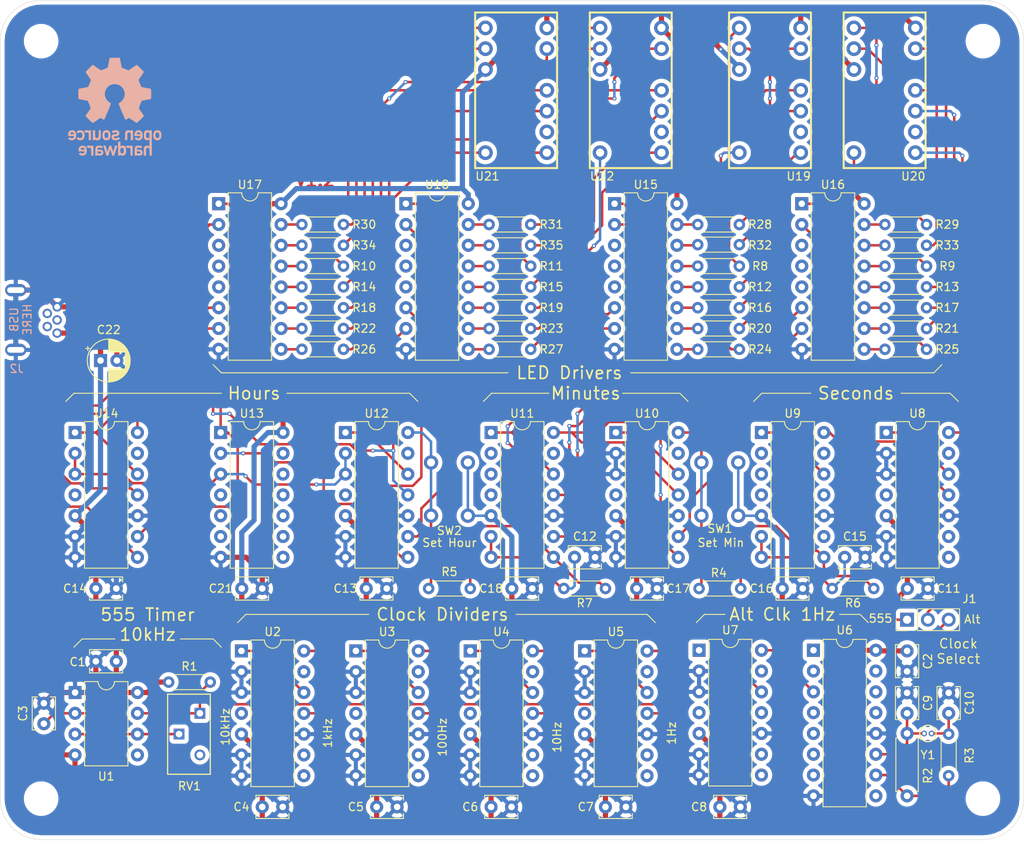
<source format=kicad_pcb>
(kicad_pcb (version 20171130) (host pcbnew 5.1.5+dfsg1-2build2)
  (title_block (title Reloj) (date 2020-06-07) (rev 1.2) (company alvarop.com))
  (layers (0 F.Cu signal) (31 B.Cu signal) (34 B.Paste user) (35 F.Paste user) (36 B.SilkS user) (37 F.SilkS user) (38 B.Mask user) (39 F.Mask user) (44 Edge.Cuts user))
  (net 0 "")
  (net 1 GND)
  (net 2 CA)
  (net 3 /CLK_MIN)
  (net 4 /CLK_HR)
  (net 5 /CLK_1HZ_ALT)
  (net 6 "Net-(J1-Pad2)")
  (net 7 /CLK_1HZ)
  (net 8 "Net-(R1-Pad2)")
  (net 9 "Net-(R2-Pad2)")
  (net 10 /DM_Q3)
  (net 11 "Net-(R8-Pad2)")
  (net 12 "Net-(R8-Pad1)")
  (net 13 "Net-(R9-Pad2)")
  (net 14 "Net-(R9-Pad1)")
  (net 15 "Net-(R10-Pad2)")
  (net 16 "Net-(R10-Pad1)")
  (net 17 "Net-(R11-Pad2)")
  (net 18 "Net-(R11-Pad1)")
  (net 19 "Net-(R12-Pad2)")
  (net 20 "Net-(R12-Pad1)")
  (net 21 "Net-(R13-Pad2)")
  (net 22 "Net-(R13-Pad1)")
  (net 23 "Net-(R14-Pad2)")
  (net 24 "Net-(R14-Pad1)")
  (net 25 "Net-(R15-Pad2)")
  (net 26 "Net-(R15-Pad1)")
  (net 27 "Net-(R16-Pad2)")
  (net 28 "Net-(R16-Pad1)")
  (net 29 "Net-(R17-Pad2)")
  (net 30 "Net-(R17-Pad1)")
  (net 31 "Net-(R18-Pad2)")
  (net 32 "Net-(R18-Pad1)")
  (net 33 "Net-(R19-Pad2)")
  (net 34 "Net-(R19-Pad1)")
  (net 35 "Net-(R20-Pad2)")
  (net 36 "Net-(R20-Pad1)")
  (net 37 "Net-(R21-Pad2)")
  (net 38 "Net-(R21-Pad1)")
  (net 39 "Net-(R22-Pad2)")
  (net 40 "Net-(R22-Pad1)")
  (net 41 "Net-(R23-Pad2)")
  (net 42 "Net-(R23-Pad1)")
  (net 43 "Net-(R24-Pad2)")
  (net 44 "Net-(R24-Pad1)")
  (net 45 "Net-(R25-Pad2)")
  (net 46 "Net-(R25-Pad1)")
  (net 47 "Net-(R26-Pad2)")
  (net 48 "Net-(R26-Pad1)")
  (net 49 "Net-(R27-Pad2)")
  (net 50 "Net-(R27-Pad1)")
  (net 51 "Net-(R28-Pad2)")
  (net 52 "Net-(R28-Pad1)")
  (net 53 "Net-(R29-Pad2)")
  (net 54 "Net-(R29-Pad1)")
  (net 55 "Net-(R30-Pad2)")
  (net 56 "Net-(R30-Pad1)")
  (net 57 "Net-(R31-Pad2)")
  (net 58 "Net-(R31-Pad1)")
  (net 59 "Net-(R32-Pad2)")
  (net 60 "Net-(R32-Pad1)")
  (net 61 "Net-(R33-Pad2)")
  (net 62 "Net-(R33-Pad1)")
  (net 63 "Net-(R34-Pad2)")
  (net 64 "Net-(R34-Pad1)")
  (net 65 /CLK_10KHZ)
  (net 66 "Net-(U4-Pad1)")
  (net 67 /CLK_1KHZ)
  (net 68 "Net-(U5-Pad1)")
  (net 69 /CLK_100HZ)
  (net 70 "Net-(U6-Pad1)")
  (net 71 /CLK_10HZ)
  (net 72 "Net-(U7-Pad1)")
  (net 73 /CLK_DSEC)
  (net 74 "Net-(U8-Pad1)")
  (net 75 /CLK_DMIN)
  (net 76 /DM_Q0)
  (net 77 /DM_Q1)
  (net 78 /DM_Q2)
  (net 79 /M_Q0)
  (net 80 /M_Q1)
  (net 81 /M_Q2)
  (net 82 /H_Q0)
  (net 83 /CLK_DHR)
  (net 84 /H_Q1)
  (net 85 /H_Q2)
  (net 86 /DH_Q0)
  (net 87 /DH_Q3)
  (net 88 /DH_Q1)
  (net 89 /DH_Q2)
  (net 90 "Net-(C3-Pad1)")
  (net 91 "Net-(C9-Pad2)")
  (net 92 "Net-(J2-Pad4)")
  (net 93 "Net-(J2-Pad3)")
  (net 94 "Net-(J2-Pad2)")
  (net 95 "Net-(RV1-Pad3)")
  (net 96 "Net-(U1-Pad5)")
  (net 97 "Net-(U2-Pad9)")
  (net 98 "Net-(U2-Pad1)")
  (net 99 "Net-(U3-Pad9)")
  (net 100 "Net-(U3-Pad8)")
  (net 101 "Net-(U3-Pad1)")
  (net 102 "Net-(U4-Pad9)")
  (net 103 "Net-(U4-Pad8)")
  (net 104 "Net-(U5-Pad9)")
  (net 105 "Net-(U5-Pad8)")
  (net 106 "Net-(U6-Pad9)")
  (net 107 "Net-(U7-Pad9)")
  (net 108 "Net-(U7-Pad8)")
  (net 109 "Net-(U8-Pad9)")
  (net 110 "Net-(U15-Pad5)")
  (net 111 "Net-(U15-Pad4)")
  (net 112 "Net-(U15-Pad3)")
  (net 113 "Net-(U17-Pad5)")
  (net 114 "Net-(U17-Pad4)")
  (net 115 "Net-(U17-Pad3)")
  (net 116 "Net-(U20-Pad9)")
  (net 117 "Net-(U22-Pad9)")
  (net 118 /S_RST)
  (net 119 /M_RST)
  (net 120 /H_RST)
  (net 121 "Net-(R4-Pad1)")
  (net 122 "Net-(U2-Pad8)")
  (net 123 "Net-(U6-Pad15)")
  (net 124 "Net-(U6-Pad7)")
  (net 125 "Net-(U6-Pad14)")
  (net 126 "Net-(U6-Pad6)")
  (net 127 "Net-(U6-Pad13)")
  (net 128 "Net-(U6-Pad5)")
  (net 129 "Net-(U6-Pad4)")
  (net 130 "Net-(U6-Pad3)")
  (net 131 "Net-(U6-Pad2)")
  (net 132 "Net-(U7-Pad11)")
  (net 133 "Net-(U8-Pad8)")
  (net 134 "Net-(U9-Pad1)")
  (net 135 "Net-(U9-Pad11)")
  (net 136 "Net-(U9-Pad9)")
  (net 137 "Net-(U16-Pad5)")
  (net 138 "Net-(U16-Pad4)")
  (net 139 "Net-(U16-Pad3)")
  (net 140 "Net-(U18-Pad5)")
  (net 141 "Net-(U18-Pad4)")
  (net 142 "Net-(U18-Pad3)")
  (net 143 "Net-(U19-Pad9)")
  (net 144 "Net-(U21-Pad9)")
  (net 145 "Net-(C10-Pad2)")
  (net 146 "Net-(R35-Pad2)")
  (net 147 "Net-(R35-Pad1)")
  (module Symbol:OSHW-Logo_11.4x12mm_SilkScreen (layer B.Cu) (at 109 58 180)
    (fp_text reference REF** hide)
    (fp_text value OSHW-Logo_11.4x12mm_SilkScreen hide)
  )
  (module MountingHole:MountingHole_3.2mm_M3 (layer F.Cu) (at 100 142.5)
    (fp_text reference REF** hide)
    (fp_text value MountingHole_3.2mm_M3)
    (pad 1 np_thru_hole circle (at 0 0) (size 3.2 3.2) (drill 3.2) (layers *.Cu *.Mask))
  )
  (module MountingHole:MountingHole_3.2mm_M3 (layer F.Cu) (at 100 50)
    (fp_text reference REF** hide)
    (fp_text value MountingHole_3.2mm_M3)
    (pad 1 np_thru_hole circle (at 0 0) (size 3.2 3.2) (drill 3.2) (layers *.Cu *.Mask))
  )
  (module MountingHole:MountingHole_3.2mm_M3 (layer F.Cu) (at 215 50)
    (fp_text reference REF** hide)
    (fp_text value MountingHole_3.2mm_M3)
    (pad 1 np_thru_hole circle (at 0 0) (size 3.2 3.2) (drill 3.2) (layers *.Cu *.Mask))
  )
  (module MountingHole:MountingHole_3.2mm_M3 (layer F.Cu) (at 215 142.5)
    (fp_text reference REF** hide)
    (fp_text value MountingHole_3.2mm_M3)
    (pad 1 np_thru_hole circle (at 0 0) (size 3.2 3.2) (drill 3.2) (layers *.Cu *.Mask))
  )
  (module alvarop:SA04-11SRWA (layer F.Cu) (at 158 56)
    (fp_text reference U21 (at -3.5 10.5) (layer F.SilkS))
    (fp_text value SA04-11SRWA)
    (pad 14 thru_hole circle (at 3.75 -7.62) (size 1.8 1.8) (drill 1) (layers *.Cu *.Mask) (net 2 CA))
    (pad 13 thru_hole circle (at 3.75 -5.08) (size 1.8 1.8) (drill 1) (layers *.Cu *.Mask) (net 24 "Net-(R14-Pad1)"))
    (pad 11 thru_hole circle (at 3.75 0) (size 1.8 1.8) (drill 1) (layers *.Cu *.Mask) (net 64 "Net-(R34-Pad1)"))
    (pad 10 thru_hole circle (at 3.75 2.54) (size 1.8 1.8) (drill 1) (layers *.Cu *.Mask) (net 32 "Net-(R18-Pad1)"))
    (pad 9 thru_hole circle (at 3.75 5.08) (size 1.8 1.8) (drill 1) (layers *.Cu *.Mask) (net 144 "Net-(U21-Pad9)"))
    (pad 8 thru_hole circle (at 3.75 7.62) (size 1.8 1.8) (drill 1) (layers *.Cu *.Mask) (net 40 "Net-(R22-Pad1)"))
    (pad 7 thru_hole circle (at -3.75 7.62) (size 1.8 1.8) (drill 1) (layers *.Cu *.Mask) (net 48 "Net-(R26-Pad1)"))
    (pad 3 thru_hole circle (at -3.75 -2.54) (size 1.8 1.8) (drill 1) (layers *.Cu *.Mask) (net 2 CA))
    (pad 2 thru_hole circle (at -3.75 -5.08) (size 1.8 1.8) (drill 1) (layers *.Cu *.Mask) (net 56 "Net-(R30-Pad1)"))
    (pad 1 thru_hole circle (at -3.75 -7.62) (size 1.8 1.8) (drill 1) (layers *.Cu *.Mask) (net 16 "Net-(R10-Pad1)"))
  )
  (module Resistor_THT:R_Axial_DIN0204_L3.6mm_D1.6mm_P5.08mm_Horizontal (layer F.Cu) (at 152.4 116.84 180)
    (fp_text reference R5 (at 2.54 2.032) (layer F.SilkS))
    (fp_text value 330)
    (pad 2 thru_hole oval (at 5.08 0 180) (size 1.4 1.4) (drill 0.7) (layers *.Cu *.Mask) (net 4 /CLK_HR))
    (pad 1 thru_hole circle (at 0 0 180) (size 1.4 1.4) (drill 0.7) (layers *.Cu *.Mask) (net 10 /DM_Q3))
  )
  (module Resistor_THT:R_Axial_DIN0204_L3.6mm_D1.6mm_P5.08mm_Horizontal (layer F.Cu) (at 163.83 116.84)
    (fp_text reference R7 (at 2.54 1.778) (layer F.SilkS))
    (fp_text value 330)
    (pad 2 thru_hole oval (at 5.08 0) (size 1.4 1.4) (drill 0.7) (layers *.Cu *.Mask) (net 10 /DM_Q3))
    (pad 1 thru_hole circle (at 0 0) (size 1.4 1.4) (drill 0.7) (layers *.Cu *.Mask) (net 119 /M_RST))
  )
  (module Resistor_THT:R_Axial_DIN0204_L3.6mm_D1.6mm_P5.08mm_Horizontal (layer F.Cu) (at 185.42 116.84 180)
    (fp_text reference R4 (at 2.667 1.905) (layer F.SilkS))
    (fp_text value 330)
    (pad 2 thru_hole oval (at 5.08 0 180) (size 1.4 1.4) (drill 0.7) (layers *.Cu *.Mask) (net 3 /CLK_MIN))
    (pad 1 thru_hole circle (at 0 0 180) (size 1.4 1.4) (drill 0.7) (layers *.Cu *.Mask) (net 121 "Net-(R4-Pad1)"))
  )
  (module Resistor_THT:R_Axial_DIN0204_L3.6mm_D1.6mm_P5.08mm_Horizontal (layer F.Cu) (at 196.596 116.84)
    (fp_text reference R6 (at 2.54 1.778) (layer F.SilkS))
    (fp_text value 330)
    (pad 2 thru_hole oval (at 5.08 0) (size 1.4 1.4) (drill 0.7) (layers *.Cu *.Mask) (net 121 "Net-(R4-Pad1)"))
    (pad 1 thru_hole circle (at 0 0) (size 1.4 1.4) (drill 0.7) (layers *.Cu *.Mask) (net 118 /S_RST))
  )
  (module Capacitor_THT:C_Disc_D3.8mm_W2.6mm_P2.50mm (layer F.Cu) (at 165.14 113.03)
    (fp_text reference C12 (at 1.25 -2.55) (layer F.SilkS))
    (fp_text value 0.1u)
    (pad 2 thru_hole circle (at 2.5 0) (size 1.6 1.6) (drill 0.8) (layers *.Cu *.Mask) (net 1 GND))
    (pad 1 thru_hole circle (at 0 0) (size 1.6 1.6) (drill 0.8) (layers *.Cu *.Mask) (net 119 /M_RST))
  )
  (module Capacitor_THT:C_Disc_D3.8mm_W2.6mm_P2.50mm (layer F.Cu) (at 198.12 113.03)
    (fp_text reference C15 (at 1.25 -2.55) (layer F.SilkS))
    (fp_text value 0.1u)
    (pad 2 thru_hole circle (at 2.5 0) (size 1.6 1.6) (drill 0.8) (layers *.Cu *.Mask) (net 1 GND))
    (pad 1 thru_hole circle (at 0 0) (size 1.6 1.6) (drill 0.8) (layers *.Cu *.Mask) (net 118 /S_RST))
  )
  (module alvarop:TE_1825910-6 (layer F.Cu) (at 182.88 104.7 270)
    (fp_text reference SW1 (at 4.826 0) (layer F.SilkS))
    (fp_text value SW_Push)
    (pad 2 thru_hole circle (at 3.25 2.25 270) (size 1.75 1.75) (drill 0.99) (layers *.Cu *.Mask) (net 3 /CLK_MIN))
    (pad 1 thru_hole circle (at 3.25 -2.25 270) (size 1.75 1.75) (drill 0.99) (layers *.Cu *.Mask) (net 2 CA))
    (pad 2 thru_hole circle (at -3.25 2.25 270) (size 1.75 1.75) (drill 0.99) (layers *.Cu *.Mask) (net 3 /CLK_MIN))
    (pad 1 thru_hole circle (at -3.25 -2.25 270) (size 1.75 1.75) (drill 0.99) (layers *.Cu *.Mask) (net 2 CA))
  )
  (module Package_DIP:DIP-8_W7.62mm (layer F.Cu) (at 104.14 129.54)
    (fp_text reference U1 (at 3.81 10.24) (layer F.SilkS))
    (fp_text value LM555)
    (pad 8 thru_hole oval (at 7.62 0) (size 1.6 1.6) (drill 0.8) (layers *.Cu *.Mask) (net 2 CA))
    (pad 4 thru_hole oval (at 0 7.62) (size 1.6 1.6) (drill 0.8) (layers *.Cu *.Mask) (net 2 CA))
    (pad 7 thru_hole oval (at 7.62 2.54) (size 1.6 1.6) (drill 0.8) (layers *.Cu *.Mask) (net 8 "Net-(R1-Pad2)"))
    (pad 3 thru_hole oval (at 0 5.08) (size 1.6 1.6) (drill 0.8) (layers *.Cu *.Mask) (net 65 /CLK_10KHZ))
    (pad 6 thru_hole oval (at 7.62 5.08) (size 1.6 1.6) (drill 0.8) (layers *.Cu *.Mask) (net 90 "Net-(C3-Pad1)"))
    (pad 2 thru_hole oval (at 0 2.54) (size 1.6 1.6) (drill 0.8) (layers *.Cu *.Mask) (net 90 "Net-(C3-Pad1)"))
    (pad 5 thru_hole oval (at 7.62 7.62) (size 1.6 1.6) (drill 0.8) (layers *.Cu *.Mask) (net 96 "Net-(U1-Pad5)"))
    (pad 1 thru_hole rect (at 0 0) (size 1.6 1.6) (drill 0.8) (layers *.Cu *.Mask) (net 1 GND))
  )
  (module Capacitor_THT:CP_Radial_D5.0mm_P2.00mm (layer F.Cu) (at 107.25 89)
    (fp_text reference C22 (at 1 -3.75) (layer F.SilkS))
    (fp_text value 4.7uF)
    (pad 2 thru_hole circle (at 2 0) (size 1.6 1.6) (drill 0.8) (layers *.Cu *.Mask) (net 1 GND))
    (pad 1 thru_hole rect (at 0 0) (size 1.6 1.6) (drill 0.8) (layers *.Cu *.Mask) (net 2 CA))
  )
  (module Capacitor_THT:C_Disc_D3.8mm_W2.6mm_P2.50mm (layer F.Cu) (at 182.88 143.51)
    (fp_text reference C8 (at -2.54 0) (layer F.SilkS))
    (fp_text value 0.1u)
    (pad 2 thru_hole circle (at 2.5 0) (size 1.6 1.6) (drill 0.8) (layers *.Cu *.Mask) (net 1 GND))
    (pad 1 thru_hole circle (at 0 0) (size 1.6 1.6) (drill 0.8) (layers *.Cu *.Mask) (net 2 CA))
  )
  (module Capacitor_THT:C_Disc_D3.8mm_W2.6mm_P2.50mm (layer F.Cu) (at 205.74 124.46 270)
    (fp_text reference C2 (at 1.27 -2.54 270) (layer F.SilkS))
    (fp_text value 0.1u)
    (pad 2 thru_hole circle (at 2.5 0 270) (size 1.6 1.6) (drill 0.8) (layers *.Cu *.Mask) (net 1 GND))
    (pad 1 thru_hole circle (at 0 0 270) (size 1.6 1.6) (drill 0.8) (layers *.Cu *.Mask) (net 2 CA))
  )
  (module Package_DIP:DIP-16_W7.62mm (layer F.Cu) (at 192.88 69.85)
    (fp_text reference U16 (at 3.81 -2.33) (layer F.SilkS))
    (fp_text value 74LS47)
    (pad 16 thru_hole oval (at 7.62 0) (size 1.6 1.6) (drill 0.8) (layers *.Cu *.Mask) (net 2 CA))
    (pad 8 thru_hole oval (at 0 17.78) (size 1.6 1.6) (drill 0.8) (layers *.Cu *.Mask) (net 1 GND))
    (pad 15 thru_hole oval (at 7.62 2.54) (size 1.6 1.6) (drill 0.8) (layers *.Cu *.Mask) (net 53 "Net-(R29-Pad2)"))
    (pad 7 thru_hole oval (at 0 15.24) (size 1.6 1.6) (drill 0.8) (layers *.Cu *.Mask) (net 79 /M_Q0))
    (pad 14 thru_hole oval (at 7.62 5.08) (size 1.6 1.6) (drill 0.8) (layers *.Cu *.Mask) (net 61 "Net-(R33-Pad2)"))
    (pad 6 thru_hole oval (at 0 12.7) (size 1.6 1.6) (drill 0.8) (layers *.Cu *.Mask) (net 75 /CLK_DMIN))
    (pad 13 thru_hole oval (at 7.62 7.62) (size 1.6 1.6) (drill 0.8) (layers *.Cu *.Mask) (net 13 "Net-(R9-Pad2)"))
    (pad 5 thru_hole oval (at 0 10.16) (size 1.6 1.6) (drill 0.8) (layers *.Cu *.Mask) (net 137 "Net-(U16-Pad5)"))
    (pad 12 thru_hole oval (at 7.62 10.16) (size 1.6 1.6) (drill 0.8) (layers *.Cu *.Mask) (net 21 "Net-(R13-Pad2)"))
    (pad 4 thru_hole oval (at 0 7.62) (size 1.6 1.6) (drill 0.8) (layers *.Cu *.Mask) (net 138 "Net-(U16-Pad4)"))
    (pad 11 thru_hole oval (at 7.62 12.7) (size 1.6 1.6) (drill 0.8) (layers *.Cu *.Mask) (net 29 "Net-(R17-Pad2)"))
    (pad 3 thru_hole oval (at 0 5.08) (size 1.6 1.6) (drill 0.8) (layers *.Cu *.Mask) (net 139 "Net-(U16-Pad3)"))
    (pad 10 thru_hole oval (at 7.62 15.24) (size 1.6 1.6) (drill 0.8) (layers *.Cu *.Mask) (net 37 "Net-(R21-Pad2)"))
    (pad 2 thru_hole oval (at 0 2.54) (size 1.6 1.6) (drill 0.8) (layers *.Cu *.Mask) (net 81 /M_Q2))
    (pad 9 thru_hole oval (at 7.62 17.78) (size 1.6 1.6) (drill 0.8) (layers *.Cu *.Mask) (net 45 "Net-(R25-Pad2)"))
    (pad 1 thru_hole rect (at 0 0) (size 1.6 1.6) (drill 0.8) (layers *.Cu *.Mask) (net 80 /M_Q1))
  )
  (module alvarop:TE_2172034-1 (layer B.Cu) (at 101.95 84.05 90)
    (fp_text reference J2 (at -5.95 -4.95) (layer B.SilkS) (effects (justify mirror)))
    (fp_text value USB_B_Mini)
    (pad 6 thru_hole oval (at 3.65 -5.05 90) (size 1.5 2.6) (drill oval 0.7 2.1) (layers *.Cu *.Mask) (net 1 GND))
    (pad 6 thru_hole oval (at -3.65 -5.05 90) (size 1.5 2.6) (drill oval 0.7 2.1) (layers *.Cu *.Mask) (net 1 GND))
    (pad 5 thru_hole circle (at 1.6 0 90) (size 1.15 1.15) (drill 0.7) (layers *.Cu *.Mask) (net 1 GND))
    (pad 4 thru_hole circle (at 0.8 -1.2 90) (size 1.15 1.15) (drill 0.7) (layers *.Cu *.Mask) (net 92 "Net-(J2-Pad4)"))
    (pad 3 thru_hole circle (at 0 0 90) (size 1.15 1.15) (drill 0.7) (layers *.Cu *.Mask) (net 93 "Net-(J2-Pad3)"))
    (pad 2 thru_hole circle (at -0.8 -1.2 90) (size 1.15 1.15) (drill 0.7) (layers *.Cu *.Mask) (net 94 "Net-(J2-Pad2)"))
    (pad 1 thru_hole circle (at -1.6 0 90) (size 1.15 1.15) (drill 0.7) (layers *.Cu *.Mask) (net 2 CA))
  )
  (module Package_DIP:DIP-16_W7.62mm (layer F.Cu) (at 144.54 69.85)
    (fp_text reference U18 (at 3.81 -2.33) (layer F.SilkS))
    (fp_text value 74LS47)
    (pad 16 thru_hole oval (at 7.62 0) (size 1.6 1.6) (drill 0.8) (layers *.Cu *.Mask) (net 2 CA))
    (pad 8 thru_hole oval (at 0 17.78) (size 1.6 1.6) (drill 0.8) (layers *.Cu *.Mask) (net 1 GND))
    (pad 15 thru_hole oval (at 7.62 2.54) (size 1.6 1.6) (drill 0.8) (layers *.Cu *.Mask) (net 57 "Net-(R31-Pad2)"))
    (pad 7 thru_hole oval (at 0 15.24) (size 1.6 1.6) (drill 0.8) (layers *.Cu *.Mask) (net 82 /H_Q0))
    (pad 14 thru_hole oval (at 7.62 5.08) (size 1.6 1.6) (drill 0.8) (layers *.Cu *.Mask) (net 146 "Net-(R35-Pad2)"))
    (pad 6 thru_hole oval (at 0 12.7) (size 1.6 1.6) (drill 0.8) (layers *.Cu *.Mask) (net 83 /CLK_DHR))
    (pad 13 thru_hole oval (at 7.62 7.62) (size 1.6 1.6) (drill 0.8) (layers *.Cu *.Mask) (net 17 "Net-(R11-Pad2)"))
    (pad 5 thru_hole oval (at 0 10.16) (size 1.6 1.6) (drill 0.8) (layers *.Cu *.Mask) (net 140 "Net-(U18-Pad5)"))
    (pad 12 thru_hole oval (at 7.62 10.16) (size 1.6 1.6) (drill 0.8) (layers *.Cu *.Mask) (net 25 "Net-(R15-Pad2)"))
    (pad 4 thru_hole oval (at 0 7.62) (size 1.6 1.6) (drill 0.8) (layers *.Cu *.Mask) (net 141 "Net-(U18-Pad4)"))
    (pad 11 thru_hole oval (at 7.62 12.7) (size 1.6 1.6) (drill 0.8) (layers *.Cu *.Mask) (net 33 "Net-(R19-Pad2)"))
    (pad 3 thru_hole oval (at 0 5.08) (size 1.6 1.6) (drill 0.8) (layers *.Cu *.Mask) (net 142 "Net-(U18-Pad3)"))
    (pad 10 thru_hole oval (at 7.62 15.24) (size 1.6 1.6) (drill 0.8) (layers *.Cu *.Mask) (net 41 "Net-(R23-Pad2)"))
    (pad 2 thru_hole oval (at 0 2.54) (size 1.6 1.6) (drill 0.8) (layers *.Cu *.Mask) (net 85 /H_Q2))
    (pad 9 thru_hole oval (at 7.62 17.78) (size 1.6 1.6) (drill 0.8) (layers *.Cu *.Mask) (net 49 "Net-(R27-Pad2)"))
    (pad 1 thru_hole rect (at 0 0) (size 1.6 1.6) (drill 0.8) (layers *.Cu *.Mask) (net 84 /H_Q1))
  )
  (module Package_DIP:DIP-16_W7.62mm (layer F.Cu) (at 121.68 69.85)
    (fp_text reference U17 (at 3.81 -2.33) (layer F.SilkS))
    (fp_text value 74LS47)
    (pad 16 thru_hole oval (at 7.62 0) (size 1.6 1.6) (drill 0.8) (layers *.Cu *.Mask) (net 2 CA))
    (pad 8 thru_hole oval (at 0 17.78) (size 1.6 1.6) (drill 0.8) (layers *.Cu *.Mask) (net 1 GND))
    (pad 15 thru_hole oval (at 7.62 2.54) (size 1.6 1.6) (drill 0.8) (layers *.Cu *.Mask) (net 55 "Net-(R30-Pad2)"))
    (pad 7 thru_hole oval (at 0 15.24) (size 1.6 1.6) (drill 0.8) (layers *.Cu *.Mask) (net 86 /DH_Q0))
    (pad 14 thru_hole oval (at 7.62 5.08) (size 1.6 1.6) (drill 0.8) (layers *.Cu *.Mask) (net 63 "Net-(R34-Pad2)"))
    (pad 6 thru_hole oval (at 0 12.7) (size 1.6 1.6) (drill 0.8) (layers *.Cu *.Mask) (net 87 /DH_Q3))
    (pad 13 thru_hole oval (at 7.62 7.62) (size 1.6 1.6) (drill 0.8) (layers *.Cu *.Mask) (net 15 "Net-(R10-Pad2)"))
    (pad 5 thru_hole oval (at 0 10.16) (size 1.6 1.6) (drill 0.8) (layers *.Cu *.Mask) (net 113 "Net-(U17-Pad5)"))
    (pad 12 thru_hole oval (at 7.62 10.16) (size 1.6 1.6) (drill 0.8) (layers *.Cu *.Mask) (net 23 "Net-(R14-Pad2)"))
    (pad 4 thru_hole oval (at 0 7.62) (size 1.6 1.6) (drill 0.8) (layers *.Cu *.Mask) (net 114 "Net-(U17-Pad4)"))
    (pad 11 thru_hole oval (at 7.62 12.7) (size 1.6 1.6) (drill 0.8) (layers *.Cu *.Mask) (net 31 "Net-(R18-Pad2)"))
    (pad 3 thru_hole oval (at 0 5.08) (size 1.6 1.6) (drill 0.8) (layers *.Cu *.Mask) (net 115 "Net-(U17-Pad3)"))
    (pad 10 thru_hole oval (at 7.62 15.24) (size 1.6 1.6) (drill 0.8) (layers *.Cu *.Mask) (net 39 "Net-(R22-Pad2)"))
    (pad 2 thru_hole oval (at 0 2.54) (size 1.6 1.6) (drill 0.8) (layers *.Cu *.Mask) (net 89 /DH_Q2))
    (pad 9 thru_hole oval (at 7.62 17.78) (size 1.6 1.6) (drill 0.8) (layers *.Cu *.Mask) (net 47 "Net-(R26-Pad2)"))
    (pad 1 thru_hole rect (at 0 0) (size 1.6 1.6) (drill 0.8) (layers *.Cu *.Mask) (net 88 /DH_Q1))
  )
  (module Package_DIP:DIP-16_W7.62mm (layer F.Cu) (at 170.02 69.85)
    (fp_text reference U15 (at 3.81 -2.33) (layer F.SilkS))
    (fp_text value 74LS47)
    (pad 16 thru_hole oval (at 7.62 0) (size 1.6 1.6) (drill 0.8) (layers *.Cu *.Mask) (net 2 CA))
    (pad 8 thru_hole oval (at 0 17.78) (size 1.6 1.6) (drill 0.8) (layers *.Cu *.Mask) (net 1 GND))
    (pad 15 thru_hole oval (at 7.62 2.54) (size 1.6 1.6) (drill 0.8) (layers *.Cu *.Mask) (net 51 "Net-(R28-Pad2)"))
    (pad 7 thru_hole oval (at 0 15.24) (size 1.6 1.6) (drill 0.8) (layers *.Cu *.Mask) (net 76 /DM_Q0))
    (pad 14 thru_hole oval (at 7.62 5.08) (size 1.6 1.6) (drill 0.8) (layers *.Cu *.Mask) (net 59 "Net-(R32-Pad2)"))
    (pad 6 thru_hole oval (at 0 12.7) (size 1.6 1.6) (drill 0.8) (layers *.Cu *.Mask) (net 10 /DM_Q3))
    (pad 13 thru_hole oval (at 7.62 7.62) (size 1.6 1.6) (drill 0.8) (layers *.Cu *.Mask) (net 11 "Net-(R8-Pad2)"))
    (pad 5 thru_hole oval (at 0 10.16) (size 1.6 1.6) (drill 0.8) (layers *.Cu *.Mask) (net 110 "Net-(U15-Pad5)"))
    (pad 12 thru_hole oval (at 7.62 10.16) (size 1.6 1.6) (drill 0.8) (layers *.Cu *.Mask) (net 19 "Net-(R12-Pad2)"))
    (pad 4 thru_hole oval (at 0 7.62) (size 1.6 1.6) (drill 0.8) (layers *.Cu *.Mask) (net 111 "Net-(U15-Pad4)"))
    (pad 11 thru_hole oval (at 7.62 12.7) (size 1.6 1.6) (drill 0.8) (layers *.Cu *.Mask) (net 27 "Net-(R16-Pad2)"))
    (pad 3 thru_hole oval (at 0 5.08) (size 1.6 1.6) (drill 0.8) (layers *.Cu *.Mask) (net 112 "Net-(U15-Pad3)"))
    (pad 10 thru_hole oval (at 7.62 15.24) (size 1.6 1.6) (drill 0.8) (layers *.Cu *.Mask) (net 35 "Net-(R20-Pad2)"))
    (pad 2 thru_hole oval (at 0 2.54) (size 1.6 1.6) (drill 0.8) (layers *.Cu *.Mask) (net 78 /DM_Q2))
    (pad 9 thru_hole oval (at 7.62 17.78) (size 1.6 1.6) (drill 0.8) (layers *.Cu *.Mask) (net 43 "Net-(R24-Pad2)"))
    (pad 1 thru_hole rect (at 0 0) (size 1.6 1.6) (drill 0.8) (layers *.Cu *.Mask) (net 77 /DM_Q1))
  )
  (module Capacitor_THT:C_Disc_D3.8mm_W2.6mm_P2.50mm (layer F.Cu) (at 124.5 116.84)
    (fp_text reference C21 (at -2.58 0) (layer F.SilkS))
    (fp_text value 0.1u)
    (pad 2 thru_hole circle (at 2.5 0) (size 1.6 1.6) (drill 0.8) (layers *.Cu *.Mask) (net 1 GND))
    (pad 1 thru_hole circle (at 0 0) (size 1.6 1.6) (drill 0.8) (layers *.Cu *.Mask) (net 2 CA))
  )
  (module Capacitor_THT:C_Disc_D3.8mm_W2.6mm_P2.50mm (layer F.Cu) (at 157.48 116.84)
    (fp_text reference C18 (at -2.54 0) (layer F.SilkS))
    (fp_text value 0.1u)
    (pad 2 thru_hole circle (at 2.5 0) (size 1.6 1.6) (drill 0.8) (layers *.Cu *.Mask) (net 1 GND))
    (pad 1 thru_hole circle (at 0 0) (size 1.6 1.6) (drill 0.8) (layers *.Cu *.Mask) (net 2 CA))
  )
  (module Capacitor_THT:C_Disc_D3.8mm_W2.6mm_P2.50mm (layer F.Cu) (at 190.5 116.84)
    (fp_text reference C16 (at -2.54 0) (layer F.SilkS))
    (fp_text value 0.1u)
    (pad 2 thru_hole circle (at 2.5 0) (size 1.6 1.6) (drill 0.8) (layers *.Cu *.Mask) (net 1 GND))
    (pad 1 thru_hole circle (at 0 0) (size 1.6 1.6) (drill 0.8) (layers *.Cu *.Mask) (net 2 CA))
  )
  (module Capacitor_THT:C_Disc_D3.8mm_W2.6mm_P2.50mm (layer F.Cu) (at 106.68 116.84)
    (fp_text reference C14 (at -2.54 0) (layer F.SilkS))
    (fp_text value 0.1u)
    (pad 2 thru_hole circle (at 2.5 0) (size 1.6 1.6) (drill 0.8) (layers *.Cu *.Mask) (net 1 GND))
    (pad 1 thru_hole circle (at 0 0) (size 1.6 1.6) (drill 0.8) (layers *.Cu *.Mask) (net 2 CA))
  )
  (module Capacitor_THT:C_Disc_D3.8mm_W2.6mm_P2.50mm (layer F.Cu) (at 139.7 116.84)
    (fp_text reference C13 (at -2.54 0) (layer F.SilkS))
    (fp_text value 0.1u)
    (pad 2 thru_hole circle (at 2.5 0) (size 1.6 1.6) (drill 0.8) (layers *.Cu *.Mask) (net 1 GND))
    (pad 1 thru_hole circle (at 0 0) (size 1.6 1.6) (drill 0.8) (layers *.Cu *.Mask) (net 2 CA))
  )
  (module Capacitor_THT:C_Disc_D3.8mm_W2.6mm_P2.50mm (layer F.Cu) (at 172.72 116.84)
    (fp_text reference C17 (at 5.08 0) (layer F.SilkS))
    (fp_text value 0.1u)
    (pad 2 thru_hole circle (at 2.5 0) (size 1.6 1.6) (drill 0.8) (layers *.Cu *.Mask) (net 1 GND))
    (pad 1 thru_hole circle (at 0 0) (size 1.6 1.6) (drill 0.8) (layers *.Cu *.Mask) (net 2 CA))
  )
  (module Capacitor_THT:C_Disc_D3.8mm_W2.6mm_P2.50mm (layer F.Cu) (at 205.78 116.84)
    (fp_text reference C11 (at 5.04 0) (layer F.SilkS))
    (fp_text value 0.1u)
    (pad 2 thru_hole circle (at 2.5 0) (size 1.6 1.6) (drill 0.8) (layers *.Cu *.Mask) (net 1 GND))
    (pad 1 thru_hole circle (at 0 0) (size 1.6 1.6) (drill 0.8) (layers *.Cu *.Mask) (net 2 CA))
  )
  (module Capacitor_THT:C_Disc_D3.8mm_W2.6mm_P2.50mm (layer F.Cu) (at 210.82 129.58 270)
    (fp_text reference C10 (at 1.23 -2.54 270) (layer F.SilkS))
    (fp_text value 22pf)
    (pad 2 thru_hole circle (at 2.5 0 270) (size 1.6 1.6) (drill 0.8) (layers *.Cu *.Mask) (net 145 "Net-(C10-Pad2)"))
    (pad 1 thru_hole circle (at 0 0 270) (size 1.6 1.6) (drill 0.8) (layers *.Cu *.Mask) (net 1 GND))
  )
  (module Capacitor_THT:C_Disc_D3.8mm_W2.6mm_P2.50mm (layer F.Cu) (at 205.74 129.58 270)
    (fp_text reference C9 (at 1.23 -2.54 270) (layer F.SilkS))
    (fp_text value 22pf)
    (pad 2 thru_hole circle (at 2.5 0 270) (size 1.6 1.6) (drill 0.8) (layers *.Cu *.Mask) (net 91 "Net-(C9-Pad2)"))
    (pad 1 thru_hole circle (at 0 0 270) (size 1.6 1.6) (drill 0.8) (layers *.Cu *.Mask) (net 1 GND))
  )
  (module Capacitor_THT:C_Disc_D3.8mm_W2.6mm_P2.50mm (layer F.Cu) (at 168.91 143.51)
    (fp_text reference C7 (at -2.41 0) (layer F.SilkS))
    (fp_text value 0.1u)
    (pad 2 thru_hole circle (at 2.5 0) (size 1.6 1.6) (drill 0.8) (layers *.Cu *.Mask) (net 1 GND))
    (pad 1 thru_hole circle (at 0 0) (size 1.6 1.6) (drill 0.8) (layers *.Cu *.Mask) (net 2 CA))
  )
  (module Capacitor_THT:C_Disc_D3.8mm_W2.6mm_P2.50mm (layer F.Cu) (at 154.94 143.51)
    (fp_text reference C6 (at -2.54 0) (layer F.SilkS))
    (fp_text value 0.1u)
    (pad 2 thru_hole circle (at 2.5 0) (size 1.6 1.6) (drill 0.8) (layers *.Cu *.Mask) (net 1 GND))
    (pad 1 thru_hole circle (at 0 0) (size 1.6 1.6) (drill 0.8) (layers *.Cu *.Mask) (net 2 CA))
  )
  (module Capacitor_THT:C_Disc_D3.8mm_W2.6mm_P2.50mm (layer F.Cu) (at 140.97 143.51)
    (fp_text reference C5 (at -2.54 0) (layer F.SilkS))
    (fp_text value 0.1u)
    (pad 2 thru_hole circle (at 2.5 0) (size 1.6 1.6) (drill 0.8) (layers *.Cu *.Mask) (net 1 GND))
    (pad 1 thru_hole circle (at 0 0) (size 1.6 1.6) (drill 0.8) (layers *.Cu *.Mask) (net 2 CA))
  )
  (module Capacitor_THT:C_Disc_D3.8mm_W2.6mm_P2.50mm (layer F.Cu) (at 127 143.51)
    (fp_text reference C4 (at -2.54 0) (layer F.SilkS))
    (fp_text value 0.1u)
    (pad 2 thru_hole circle (at 2.5 0) (size 1.6 1.6) (drill 0.8) (layers *.Cu *.Mask) (net 1 GND))
    (pad 1 thru_hole circle (at 0 0) (size 1.6 1.6) (drill 0.8) (layers *.Cu *.Mask) (net 2 CA))
  )
  (module Capacitor_THT:C_Disc_D3.8mm_W2.6mm_P2.50mm (layer F.Cu) (at 100.33 133.35 90)
    (fp_text reference C3 (at 1.25 -2.55 90) (layer F.SilkS))
    (fp_text value 0.1u)
    (pad 2 thru_hole circle (at 2.5 0 90) (size 1.6 1.6) (drill 0.8) (layers *.Cu *.Mask) (net 1 GND))
    (pad 1 thru_hole circle (at 0 0 90) (size 1.6 1.6) (drill 0.8) (layers *.Cu *.Mask) (net 90 "Net-(C3-Pad1)"))
  )
  (module Capacitor_THT:C_Disc_D3.8mm_W2.6mm_P2.50mm (layer F.Cu) (at 109.18 125.73 180)
    (fp_text reference C1 (at 4.73 -0.08) (layer F.SilkS))
    (fp_text value 0.1u)
    (pad 2 thru_hole circle (at 2.5 0 180) (size 1.6 1.6) (drill 0.8) (layers *.Cu *.Mask) (net 1 GND))
    (pad 1 thru_hole circle (at 0 0 180) (size 1.6 1.6) (drill 0.8) (layers *.Cu *.Mask) (net 2 CA))
  )
  (module alvarop:CFS-206x (layer F.Cu) (at 208.28 134.54 180)
    (fp_text reference Y1 (at 0 -2.62) (layer F.SilkS))
    (fp_text value 32768Hz)
    (pad 2 thru_hole circle (at -0.45 0 180) (size 0.7 0.7) (drill 0.4) (layers *.Cu *.Mask) (net 145 "Net-(C10-Pad2)"))
    (pad 1 thru_hole circle (at 0.45 0 180) (size 0.7 0.7) (drill 0.4) (layers *.Cu *.Mask) (net 91 "Net-(C9-Pad2)"))
  )
  (module alvarop:SA04-11SRWA (layer F.Cu) (at 172 56)
    (fp_text reference U22 (at -3.5 10.5) (layer F.SilkS))
    (fp_text value SA04-11SRWA)
    (pad 14 thru_hole circle (at 3.75 -7.62) (size 1.8 1.8) (drill 1) (layers *.Cu *.Mask) (net 2 CA))
    (pad 13 thru_hole circle (at 3.75 -5.08) (size 1.8 1.8) (drill 1) (layers *.Cu *.Mask) (net 26 "Net-(R15-Pad1)"))
    (pad 11 thru_hole circle (at 3.75 0) (size 1.8 1.8) (drill 1) (layers *.Cu *.Mask) (net 147 "Net-(R35-Pad1)"))
    (pad 10 thru_hole circle (at 3.75 2.54) (size 1.8 1.8) (drill 1) (layers *.Cu *.Mask) (net 34 "Net-(R19-Pad1)"))
    (pad 9 thru_hole circle (at 3.75 5.08) (size 1.8 1.8) (drill 1) (layers *.Cu *.Mask) (net 117 "Net-(U22-Pad9)"))
    (pad 8 thru_hole circle (at 3.75 7.62) (size 1.8 1.8) (drill 1) (layers *.Cu *.Mask) (net 42 "Net-(R23-Pad1)"))
    (pad 7 thru_hole circle (at -3.75 7.62) (size 1.8 1.8) (drill 1) (layers *.Cu *.Mask) (net 50 "Net-(R27-Pad1)"))
    (pad 3 thru_hole circle (at -3.75 -2.54) (size 1.8 1.8) (drill 1) (layers *.Cu *.Mask) (net 2 CA))
    (pad 2 thru_hole circle (at -3.75 -5.08) (size 1.8 1.8) (drill 1) (layers *.Cu *.Mask) (net 58 "Net-(R31-Pad1)"))
    (pad 1 thru_hole circle (at -3.75 -7.62) (size 1.8 1.8) (drill 1) (layers *.Cu *.Mask) (net 18 "Net-(R11-Pad1)"))
  )
  (module alvarop:SA04-11SRWA (layer F.Cu) (at 203 56)
    (fp_text reference U20 (at 3.5 10.5) (layer F.SilkS))
    (fp_text value SA04-11SRWA)
    (pad 14 thru_hole circle (at 3.75 -7.62) (size 1.8 1.8) (drill 1) (layers *.Cu *.Mask) (net 2 CA))
    (pad 13 thru_hole circle (at 3.75 -5.08) (size 1.8 1.8) (drill 1) (layers *.Cu *.Mask) (net 22 "Net-(R13-Pad1)"))
    (pad 11 thru_hole circle (at 3.75 0) (size 1.8 1.8) (drill 1) (layers *.Cu *.Mask) (net 62 "Net-(R33-Pad1)"))
    (pad 10 thru_hole circle (at 3.75 2.54) (size 1.8 1.8) (drill 1) (layers *.Cu *.Mask) (net 30 "Net-(R17-Pad1)"))
    (pad 9 thru_hole circle (at 3.75 5.08) (size 1.8 1.8) (drill 1) (layers *.Cu *.Mask) (net 116 "Net-(U20-Pad9)"))
    (pad 8 thru_hole circle (at 3.75 7.62) (size 1.8 1.8) (drill 1) (layers *.Cu *.Mask) (net 38 "Net-(R21-Pad1)"))
    (pad 7 thru_hole circle (at -3.75 7.62) (size 1.8 1.8) (drill 1) (layers *.Cu *.Mask) (net 46 "Net-(R25-Pad1)"))
    (pad 3 thru_hole circle (at -3.75 -2.54) (size 1.8 1.8) (drill 1) (layers *.Cu *.Mask) (net 2 CA))
    (pad 2 thru_hole circle (at -3.75 -5.08) (size 1.8 1.8) (drill 1) (layers *.Cu *.Mask) (net 54 "Net-(R29-Pad1)"))
    (pad 1 thru_hole circle (at -3.75 -7.62) (size 1.8 1.8) (drill 1) (layers *.Cu *.Mask) (net 14 "Net-(R9-Pad1)"))
  )
  (module alvarop:SA04-11SRWA (layer F.Cu) (at 189 56)
    (fp_text reference U19 (at 3.5 10.5) (layer F.SilkS))
    (fp_text value SA04-11SRWA)
    (pad 14 thru_hole circle (at 3.75 -7.62) (size 1.8 1.8) (drill 1) (layers *.Cu *.Mask) (net 2 CA))
    (pad 13 thru_hole circle (at 3.75 -5.08) (size 1.8 1.8) (drill 1) (layers *.Cu *.Mask) (net 20 "Net-(R12-Pad1)"))
    (pad 11 thru_hole circle (at 3.75 0) (size 1.8 1.8) (drill 1) (layers *.Cu *.Mask) (net 60 "Net-(R32-Pad1)"))
    (pad 10 thru_hole circle (at 3.75 2.54) (size 1.8 1.8) (drill 1) (layers *.Cu *.Mask) (net 28 "Net-(R16-Pad1)"))
    (pad 9 thru_hole circle (at 3.75 5.08) (size 1.8 1.8) (drill 1) (layers *.Cu *.Mask) (net 143 "Net-(U19-Pad9)"))
    (pad 8 thru_hole circle (at 3.75 7.62) (size 1.8 1.8) (drill 1) (layers *.Cu *.Mask) (net 36 "Net-(R20-Pad1)"))
    (pad 7 thru_hole circle (at -3.75 7.62) (size 1.8 1.8) (drill 1) (layers *.Cu *.Mask) (net 44 "Net-(R24-Pad1)"))
    (pad 3 thru_hole circle (at -3.75 -2.54) (size 1.8 1.8) (drill 1) (layers *.Cu *.Mask) (net 2 CA))
    (pad 2 thru_hole circle (at -3.75 -5.08) (size 1.8 1.8) (drill 1) (layers *.Cu *.Mask) (net 52 "Net-(R28-Pad1)"))
    (pad 1 thru_hole circle (at -3.75 -7.62) (size 1.8 1.8) (drill 1) (layers *.Cu *.Mask) (net 12 "Net-(R8-Pad1)"))
  )
  (module Package_DIP:DIP-14_W7.62mm (layer F.Cu) (at 121.92 97.79)
    (fp_text reference U13 (at 3.81 -2.33) (layer F.SilkS))
    (fp_text value 74LS08)
    (pad 14 thru_hole oval (at 7.62 0) (size 1.6 1.6) (drill 0.8) (layers *.Cu *.Mask) (net 2 CA))
    (pad 7 thru_hole oval (at 0 15.24) (size 1.6 1.6) (drill 0.8) (layers *.Cu *.Mask) (net 1 GND))
    (pad 13 thru_hole oval (at 7.62 2.54) (size 1.6 1.6) (drill 0.8) (layers *.Cu *.Mask))
    (pad 6 thru_hole oval (at 0 12.7) (size 1.6 1.6) (drill 0.8) (layers *.Cu *.Mask))
    (pad 12 thru_hole oval (at 7.62 5.08) (size 1.6 1.6) (drill 0.8) (layers *.Cu *.Mask))
    (pad 5 thru_hole oval (at 0 10.16) (size 1.6 1.6) (drill 0.8) (layers *.Cu *.Mask))
    (pad 11 thru_hole oval (at 7.62 7.62) (size 1.6 1.6) (drill 0.8) (layers *.Cu *.Mask))
    (pad 4 thru_hole oval (at 0 7.62) (size 1.6 1.6) (drill 0.8) (layers *.Cu *.Mask))
    (pad 10 thru_hole oval (at 7.62 10.16) (size 1.6 1.6) (drill 0.8) (layers *.Cu *.Mask))
    (pad 3 thru_hole oval (at 0 5.08) (size 1.6 1.6) (drill 0.8) (layers *.Cu *.Mask) (net 120 /H_RST))
    (pad 9 thru_hole oval (at 7.62 12.7) (size 1.6 1.6) (drill 0.8) (layers *.Cu *.Mask))
    (pad 2 thru_hole oval (at 0 2.54) (size 1.6 1.6) (drill 0.8) (layers *.Cu *.Mask) (net 85 /H_Q2))
    (pad 8 thru_hole oval (at 7.62 15.24) (size 1.6 1.6) (drill 0.8) (layers *.Cu *.Mask))
    (pad 1 thru_hole rect (at 0 0) (size 1.6 1.6) (drill 0.8) (layers *.Cu *.Mask) (net 88 /DH_Q1))
  )
  (module Package_DIP:DIP-14_W7.62mm (layer F.Cu) (at 104.14 97.79)
    (fp_text reference U14 (at 3.81 -2.33) (layer F.SilkS))
    (fp_text value 74LS90)
    (pad 14 thru_hole oval (at 7.62 0) (size 1.6 1.6) (drill 0.8) (layers *.Cu *.Mask) (net 83 /CLK_DHR))
    (pad 7 thru_hole oval (at 0 15.24) (size 1.6 1.6) (drill 0.8) (layers *.Cu *.Mask) (net 1 GND))
    (pad 13 thru_hole oval (at 7.62 2.54) (size 1.6 1.6) (drill 0.8) (layers *.Cu *.Mask))
    (pad 6 thru_hole oval (at 0 12.7) (size 1.6 1.6) (drill 0.8) (layers *.Cu *.Mask) (net 1 GND))
    (pad 12 thru_hole oval (at 7.62 5.08) (size 1.6 1.6) (drill 0.8) (layers *.Cu *.Mask) (net 86 /DH_Q0))
    (pad 5 thru_hole oval (at 0 10.16) (size 1.6 1.6) (drill 0.8) (layers *.Cu *.Mask) (net 2 CA))
    (pad 11 thru_hole oval (at 7.62 7.62) (size 1.6 1.6) (drill 0.8) (layers *.Cu *.Mask) (net 87 /DH_Q3))
    (pad 4 thru_hole oval (at 0 7.62) (size 1.6 1.6) (drill 0.8) (layers *.Cu *.Mask))
    (pad 10 thru_hole oval (at 7.62 10.16) (size 1.6 1.6) (drill 0.8) (layers *.Cu *.Mask) (net 1 GND))
    (pad 3 thru_hole oval (at 0 5.08) (size 1.6 1.6) (drill 0.8) (layers *.Cu *.Mask) (net 120 /H_RST))
    (pad 9 thru_hole oval (at 7.62 12.7) (size 1.6 1.6) (drill 0.8) (layers *.Cu *.Mask) (net 88 /DH_Q1))
    (pad 2 thru_hole oval (at 0 2.54) (size 1.6 1.6) (drill 0.8) (layers *.Cu *.Mask) (net 120 /H_RST))
    (pad 8 thru_hole oval (at 7.62 15.24) (size 1.6 1.6) (drill 0.8) (layers *.Cu *.Mask) (net 89 /DH_Q2))
    (pad 1 thru_hole rect (at 0 0) (size 1.6 1.6) (drill 0.8) (layers *.Cu *.Mask) (net 86 /DH_Q0))
  )
  (module Package_DIP:DIP-14_W7.62mm (layer F.Cu) (at 137.16 97.79)
    (fp_text reference U12 (at 3.81 -2.33) (layer F.SilkS))
    (fp_text value 74LS90)
    (pad 14 thru_hole oval (at 7.62 0) (size 1.6 1.6) (drill 0.8) (layers *.Cu *.Mask) (net 4 /CLK_HR))
    (pad 7 thru_hole oval (at 0 15.24) (size 1.6 1.6) (drill 0.8) (layers *.Cu *.Mask) (net 1 GND))
    (pad 13 thru_hole oval (at 7.62 2.54) (size 1.6 1.6) (drill 0.8) (layers *.Cu *.Mask))
    (pad 6 thru_hole oval (at 0 12.7) (size 1.6 1.6) (drill 0.8) (layers *.Cu *.Mask) (net 1 GND))
    (pad 12 thru_hole oval (at 7.62 5.08) (size 1.6 1.6) (drill 0.8) (layers *.Cu *.Mask) (net 82 /H_Q0))
    (pad 5 thru_hole oval (at 0 10.16) (size 1.6 1.6) (drill 0.8) (layers *.Cu *.Mask) (net 2 CA))
    (pad 11 thru_hole oval (at 7.62 7.62) (size 1.6 1.6) (drill 0.8) (layers *.Cu *.Mask) (net 83 /CLK_DHR))
    (pad 4 thru_hole oval (at 0 7.62) (size 1.6 1.6) (drill 0.8) (layers *.Cu *.Mask))
    (pad 10 thru_hole oval (at 7.62 10.16) (size 1.6 1.6) (drill 0.8) (layers *.Cu *.Mask) (net 1 GND))
    (pad 3 thru_hole oval (at 0 5.08) (size 1.6 1.6) (drill 0.8) (layers *.Cu *.Mask) (net 120 /H_RST))
    (pad 9 thru_hole oval (at 7.62 12.7) (size 1.6 1.6) (drill 0.8) (layers *.Cu *.Mask) (net 84 /H_Q1))
    (pad 2 thru_hole oval (at 0 2.54) (size 1.6 1.6) (drill 0.8) (layers *.Cu *.Mask) (net 120 /H_RST))
    (pad 8 thru_hole oval (at 7.62 15.24) (size 1.6 1.6) (drill 0.8) (layers *.Cu *.Mask) (net 85 /H_Q2))
    (pad 1 thru_hole rect (at 0 0) (size 1.6 1.6) (drill 0.8) (layers *.Cu *.Mask) (net 82 /H_Q0))
  )
  (module Package_DIP:DIP-14_W7.62mm (layer F.Cu) (at 170.18 97.79)
    (fp_text reference U10 (at 3.81 -2.33) (layer F.SilkS))
    (fp_text value 74LS90)
    (pad 14 thru_hole oval (at 7.62 0) (size 1.6 1.6) (drill 0.8) (layers *.Cu *.Mask) (net 3 /CLK_MIN))
    (pad 7 thru_hole oval (at 0 15.24) (size 1.6 1.6) (drill 0.8) (layers *.Cu *.Mask) (net 1 GND))
    (pad 13 thru_hole oval (at 7.62 2.54) (size 1.6 1.6) (drill 0.8) (layers *.Cu *.Mask))
    (pad 6 thru_hole oval (at 0 12.7) (size 1.6 1.6) (drill 0.8) (layers *.Cu *.Mask) (net 1 GND))
    (pad 12 thru_hole oval (at 7.62 5.08) (size 1.6 1.6) (drill 0.8) (layers *.Cu *.Mask) (net 79 /M_Q0))
    (pad 5 thru_hole oval (at 0 10.16) (size 1.6 1.6) (drill 0.8) (layers *.Cu *.Mask) (net 2 CA))
    (pad 11 thru_hole oval (at 7.62 7.62) (size 1.6 1.6) (drill 0.8) (layers *.Cu *.Mask) (net 75 /CLK_DMIN))
    (pad 4 thru_hole oval (at 0 7.62) (size 1.6 1.6) (drill 0.8) (layers *.Cu *.Mask))
    (pad 10 thru_hole oval (at 7.62 10.16) (size 1.6 1.6) (drill 0.8) (layers *.Cu *.Mask) (net 1 GND))
    (pad 3 thru_hole oval (at 0 5.08) (size 1.6 1.6) (drill 0.8) (layers *.Cu *.Mask) (net 1 GND))
    (pad 9 thru_hole oval (at 7.62 12.7) (size 1.6 1.6) (drill 0.8) (layers *.Cu *.Mask) (net 80 /M_Q1))
    (pad 2 thru_hole oval (at 0 2.54) (size 1.6 1.6) (drill 0.8) (layers *.Cu *.Mask) (net 1 GND))
    (pad 8 thru_hole oval (at 7.62 15.24) (size 1.6 1.6) (drill 0.8) (layers *.Cu *.Mask) (net 81 /M_Q2))
    (pad 1 thru_hole rect (at 0 0) (size 1.6 1.6) (drill 0.8) (layers *.Cu *.Mask) (net 79 /M_Q0))
  )
  (module Package_DIP:DIP-14_W7.62mm (layer F.Cu) (at 203.2 97.79)
    (fp_text reference U8 (at 3.81 -2.33) (layer F.SilkS))
    (fp_text value 74LS90)
    (pad 14 thru_hole oval (at 7.62 0) (size 1.6 1.6) (drill 0.8) (layers *.Cu *.Mask) (net 6 "Net-(J1-Pad2)"))
    (pad 7 thru_hole oval (at 0 15.24) (size 1.6 1.6) (drill 0.8) (layers *.Cu *.Mask) (net 1 GND))
    (pad 13 thru_hole oval (at 7.62 2.54) (size 1.6 1.6) (drill 0.8) (layers *.Cu *.Mask))
    (pad 6 thru_hole oval (at 0 12.7) (size 1.6 1.6) (drill 0.8) (layers *.Cu *.Mask) (net 1 GND))
    (pad 12 thru_hole oval (at 7.62 5.08) (size 1.6 1.6) (drill 0.8) (layers *.Cu *.Mask) (net 74 "Net-(U8-Pad1)"))
    (pad 5 thru_hole oval (at 0 10.16) (size 1.6 1.6) (drill 0.8) (layers *.Cu *.Mask) (net 2 CA))
    (pad 11 thru_hole oval (at 7.62 7.62) (size 1.6 1.6) (drill 0.8) (layers *.Cu *.Mask) (net 73 /CLK_DSEC))
    (pad 4 thru_hole oval (at 0 7.62) (size 1.6 1.6) (drill 0.8) (layers *.Cu *.Mask))
    (pad 10 thru_hole oval (at 7.62 10.16) (size 1.6 1.6) (drill 0.8) (layers *.Cu *.Mask) (net 1 GND))
    (pad 3 thru_hole oval (at 0 5.08) (size 1.6 1.6) (drill 0.8) (layers *.Cu *.Mask) (net 1 GND))
    (pad 9 thru_hole oval (at 7.62 12.7) (size 1.6 1.6) (drill 0.8) (layers *.Cu *.Mask) (net 109 "Net-(U8-Pad9)"))
    (pad 2 thru_hole oval (at 0 2.54) (size 1.6 1.6) (drill 0.8) (layers *.Cu *.Mask) (net 1 GND))
    (pad 8 thru_hole oval (at 7.62 15.24) (size 1.6 1.6) (drill 0.8) (layers *.Cu *.Mask) (net 133 "Net-(U8-Pad8)"))
    (pad 1 thru_hole rect (at 0 0) (size 1.6 1.6) (drill 0.8) (layers *.Cu *.Mask) (net 74 "Net-(U8-Pad1)"))
  )
  (module Package_DIP:DIP-14_W7.62mm (layer F.Cu) (at 154.94 97.79)
    (fp_text reference U11 (at 3.81 -2.33) (layer F.SilkS))
    (fp_text value 74LS92)
    (pad 14 thru_hole oval (at 7.62 0) (size 1.6 1.6) (drill 0.8) (layers *.Cu *.Mask) (net 75 /CLK_DMIN))
    (pad 7 thru_hole oval (at 0 15.24) (size 1.6 1.6) (drill 0.8) (layers *.Cu *.Mask) (net 119 /M_RST))
    (pad 13 thru_hole oval (at 7.62 2.54) (size 1.6 1.6) (drill 0.8) (layers *.Cu *.Mask))
    (pad 6 thru_hole oval (at 0 12.7) (size 1.6 1.6) (drill 0.8) (layers *.Cu *.Mask) (net 119 /M_RST))
    (pad 12 thru_hole oval (at 7.62 5.08) (size 1.6 1.6) (drill 0.8) (layers *.Cu *.Mask) (net 76 /DM_Q0))
    (pad 5 thru_hole oval (at 0 10.16) (size 1.6 1.6) (drill 0.8) (layers *.Cu *.Mask) (net 2 CA))
    (pad 11 thru_hole oval (at 7.62 7.62) (size 1.6 1.6) (drill 0.8) (layers *.Cu *.Mask) (net 77 /DM_Q1))
    (pad 4 thru_hole oval (at 0 7.62) (size 1.6 1.6) (drill 0.8) (layers *.Cu *.Mask))
    (pad 10 thru_hole oval (at 7.62 10.16) (size 1.6 1.6) (drill 0.8) (layers *.Cu *.Mask) (net 1 GND))
    (pad 3 thru_hole oval (at 0 5.08) (size 1.6 1.6) (drill 0.8) (layers *.Cu *.Mask))
    (pad 9 thru_hole oval (at 7.62 12.7) (size 1.6 1.6) (drill 0.8) (layers *.Cu *.Mask) (net 78 /DM_Q2))
    (pad 2 thru_hole oval (at 0 2.54) (size 1.6 1.6) (drill 0.8) (layers *.Cu *.Mask))
    (pad 8 thru_hole oval (at 7.62 15.24) (size 1.6 1.6) (drill 0.8) (layers *.Cu *.Mask) (net 10 /DM_Q3))
    (pad 1 thru_hole rect (at 0 0) (size 1.6 1.6) (drill 0.8) (layers *.Cu *.Mask) (net 76 /DM_Q0))
  )
  (module Package_DIP:DIP-14_W7.62mm (layer F.Cu) (at 187.96 97.79)
    (fp_text reference U9 (at 3.81 -2.33) (layer F.SilkS))
    (fp_text value 74LS92)
    (pad 14 thru_hole oval (at 7.62 0) (size 1.6 1.6) (drill 0.8) (layers *.Cu *.Mask) (net 73 /CLK_DSEC))
    (pad 7 thru_hole oval (at 0 15.24) (size 1.6 1.6) (drill 0.8) (layers *.Cu *.Mask) (net 118 /S_RST))
    (pad 13 thru_hole oval (at 7.62 2.54) (size 1.6 1.6) (drill 0.8) (layers *.Cu *.Mask))
    (pad 6 thru_hole oval (at 0 12.7) (size 1.6 1.6) (drill 0.8) (layers *.Cu *.Mask) (net 118 /S_RST))
    (pad 12 thru_hole oval (at 7.62 5.08) (size 1.6 1.6) (drill 0.8) (layers *.Cu *.Mask) (net 134 "Net-(U9-Pad1)"))
    (pad 5 thru_hole oval (at 0 10.16) (size 1.6 1.6) (drill 0.8) (layers *.Cu *.Mask) (net 2 CA))
    (pad 11 thru_hole oval (at 7.62 7.62) (size 1.6 1.6) (drill 0.8) (layers *.Cu *.Mask) (net 135 "Net-(U9-Pad11)"))
    (pad 4 thru_hole oval (at 0 7.62) (size 1.6 1.6) (drill 0.8) (layers *.Cu *.Mask))
    (pad 10 thru_hole oval (at 7.62 10.16) (size 1.6 1.6) (drill 0.8) (layers *.Cu *.Mask) (net 1 GND))
    (pad 3 thru_hole oval (at 0 5.08) (size 1.6 1.6) (drill 0.8) (layers *.Cu *.Mask))
    (pad 9 thru_hole oval (at 7.62 12.7) (size 1.6 1.6) (drill 0.8) (layers *.Cu *.Mask) (net 136 "Net-(U9-Pad9)"))
    (pad 2 thru_hole oval (at 0 2.54) (size 1.6 1.6) (drill 0.8) (layers *.Cu *.Mask))
    (pad 8 thru_hole oval (at 7.62 15.24) (size 1.6 1.6) (drill 0.8) (layers *.Cu *.Mask) (net 121 "Net-(R4-Pad1)"))
    (pad 1 thru_hole rect (at 0 0) (size 1.6 1.6) (drill 0.8) (layers *.Cu *.Mask) (net 134 "Net-(U9-Pad1)"))
  )
  (module Package_DIP:DIP-14_W7.62mm (layer F.Cu) (at 166.37 124.46)
    (fp_text reference U5 (at 3.81 -2.33) (layer F.SilkS))
    (fp_text value 74LS90)
    (pad 14 thru_hole oval (at 7.62 0) (size 1.6 1.6) (drill 0.8) (layers *.Cu *.Mask) (net 71 /CLK_10HZ))
    (pad 7 thru_hole oval (at 0 15.24) (size 1.6 1.6) (drill 0.8) (layers *.Cu *.Mask) (net 1 GND))
    (pad 13 thru_hole oval (at 7.62 2.54) (size 1.6 1.6) (drill 0.8) (layers *.Cu *.Mask))
    (pad 6 thru_hole oval (at 0 12.7) (size 1.6 1.6) (drill 0.8) (layers *.Cu *.Mask) (net 1 GND))
    (pad 12 thru_hole oval (at 7.62 5.08) (size 1.6 1.6) (drill 0.8) (layers *.Cu *.Mask) (net 68 "Net-(U5-Pad1)"))
    (pad 5 thru_hole oval (at 0 10.16) (size 1.6 1.6) (drill 0.8) (layers *.Cu *.Mask) (net 2 CA))
    (pad 11 thru_hole oval (at 7.62 7.62) (size 1.6 1.6) (drill 0.8) (layers *.Cu *.Mask) (net 7 /CLK_1HZ))
    (pad 4 thru_hole oval (at 0 7.62) (size 1.6 1.6) (drill 0.8) (layers *.Cu *.Mask))
    (pad 10 thru_hole oval (at 7.62 10.16) (size 1.6 1.6) (drill 0.8) (layers *.Cu *.Mask) (net 1 GND))
    (pad 3 thru_hole oval (at 0 5.08) (size 1.6 1.6) (drill 0.8) (layers *.Cu *.Mask) (net 1 GND))
    (pad 9 thru_hole oval (at 7.62 12.7) (size 1.6 1.6) (drill 0.8) (layers *.Cu *.Mask) (net 104 "Net-(U5-Pad9)"))
    (pad 2 thru_hole oval (at 0 2.54) (size 1.6 1.6) (drill 0.8) (layers *.Cu *.Mask) (net 1 GND))
    (pad 8 thru_hole oval (at 7.62 15.24) (size 1.6 1.6) (drill 0.8) (layers *.Cu *.Mask) (net 105 "Net-(U5-Pad8)"))
    (pad 1 thru_hole rect (at 0 0) (size 1.6 1.6) (drill 0.8) (layers *.Cu *.Mask) (net 68 "Net-(U5-Pad1)"))
  )
  (module Package_DIP:DIP-14_W7.62mm (layer F.Cu) (at 152.4 124.46)
    (fp_text reference U4 (at 3.81 -2.33) (layer F.SilkS))
    (fp_text value 74LS90)
    (pad 14 thru_hole oval (at 7.62 0) (size 1.6 1.6) (drill 0.8) (layers *.Cu *.Mask) (net 69 /CLK_100HZ))
    (pad 7 thru_hole oval (at 0 15.24) (size 1.6 1.6) (drill 0.8) (layers *.Cu *.Mask) (net 1 GND))
    (pad 13 thru_hole oval (at 7.62 2.54) (size 1.6 1.6) (drill 0.8) (layers *.Cu *.Mask))
    (pad 6 thru_hole oval (at 0 12.7) (size 1.6 1.6) (drill 0.8) (layers *.Cu *.Mask) (net 1 GND))
    (pad 12 thru_hole oval (at 7.62 5.08) (size 1.6 1.6) (drill 0.8) (layers *.Cu *.Mask) (net 66 "Net-(U4-Pad1)"))
    (pad 5 thru_hole oval (at 0 10.16) (size 1.6 1.6) (drill 0.8) (layers *.Cu *.Mask) (net 2 CA))
    (pad 11 thru_hole oval (at 7.62 7.62) (size 1.6 1.6) (drill 0.8) (layers *.Cu *.Mask) (net 71 /CLK_10HZ))
    (pad 4 thru_hole oval (at 0 7.62) (size 1.6 1.6) (drill 0.8) (layers *.Cu *.Mask))
    (pad 10 thru_hole oval (at 7.62 10.16) (size 1.6 1.6) (drill 0.8) (layers *.Cu *.Mask) (net 1 GND))
    (pad 3 thru_hole oval (at 0 5.08) (size 1.6 1.6) (drill 0.8) (layers *.Cu *.Mask) (net 1 GND))
    (pad 9 thru_hole oval (at 7.62 12.7) (size 1.6 1.6) (drill 0.8) (layers *.Cu *.Mask) (net 102 "Net-(U4-Pad9)"))
    (pad 2 thru_hole oval (at 0 2.54) (size 1.6 1.6) (drill 0.8) (layers *.Cu *.Mask) (net 1 GND))
    (pad 8 thru_hole oval (at 7.62 15.24) (size 1.6 1.6) (drill 0.8) (layers *.Cu *.Mask) (net 103 "Net-(U4-Pad8)"))
    (pad 1 thru_hole rect (at 0 0) (size 1.6 1.6) (drill 0.8) (layers *.Cu *.Mask) (net 66 "Net-(U4-Pad1)"))
  )
  (module Package_DIP:DIP-14_W7.62mm (layer F.Cu) (at 138.43 124.46)
    (fp_text reference U3 (at 3.81 -2.33) (layer F.SilkS))
    (fp_text value 74LS90)
    (pad 14 thru_hole oval (at 7.62 0) (size 1.6 1.6) (drill 0.8) (layers *.Cu *.Mask) (net 67 /CLK_1KHZ))
    (pad 7 thru_hole oval (at 0 15.24) (size 1.6 1.6) (drill 0.8) (layers *.Cu *.Mask) (net 1 GND))
    (pad 13 thru_hole oval (at 7.62 2.54) (size 1.6 1.6) (drill 0.8) (layers *.Cu *.Mask))
    (pad 6 thru_hole oval (at 0 12.7) (size 1.6 1.6) (drill 0.8) (layers *.Cu *.Mask) (net 1 GND))
    (pad 12 thru_hole oval (at 7.62 5.08) (size 1.6 1.6) (drill 0.8) (layers *.Cu *.Mask) (net 101 "Net-(U3-Pad1)"))
    (pad 5 thru_hole oval (at 0 10.16) (size 1.6 1.6) (drill 0.8) (layers *.Cu *.Mask) (net 2 CA))
    (pad 11 thru_hole oval (at 7.62 7.62) (size 1.6 1.6) (drill 0.8) (layers *.Cu *.Mask) (net 69 /CLK_100HZ))
    (pad 4 thru_hole oval (at 0 7.62) (size 1.6 1.6) (drill 0.8) (layers *.Cu *.Mask))
    (pad 10 thru_hole oval (at 7.62 10.16) (size 1.6 1.6) (drill 0.8) (layers *.Cu *.Mask) (net 1 GND))
    (pad 3 thru_hole oval (at 0 5.08) (size 1.6 1.6) (drill 0.8) (layers *.Cu *.Mask) (net 1 GND))
    (pad 9 thru_hole oval (at 7.62 12.7) (size 1.6 1.6) (drill 0.8) (layers *.Cu *.Mask) (net 99 "Net-(U3-Pad9)"))
    (pad 2 thru_hole oval (at 0 2.54) (size 1.6 1.6) (drill 0.8) (layers *.Cu *.Mask) (net 1 GND))
    (pad 8 thru_hole oval (at 7.62 15.24) (size 1.6 1.6) (drill 0.8) (layers *.Cu *.Mask) (net 100 "Net-(U3-Pad8)"))
    (pad 1 thru_hole rect (at 0 0) (size 1.6 1.6) (drill 0.8) (layers *.Cu *.Mask) (net 101 "Net-(U3-Pad1)"))
  )
  (module Package_DIP:DIP-14_W7.62mm (layer F.Cu) (at 124.46 124.46)
    (fp_text reference U2 (at 3.81 -2.33) (layer F.SilkS))
    (fp_text value 74LS90)
    (pad 14 thru_hole oval (at 7.62 0) (size 1.6 1.6) (drill 0.8) (layers *.Cu *.Mask) (net 65 /CLK_10KHZ))
    (pad 7 thru_hole oval (at 0 15.24) (size 1.6 1.6) (drill 0.8) (layers *.Cu *.Mask) (net 1 GND))
    (pad 13 thru_hole oval (at 7.62 2.54) (size 1.6 1.6) (drill 0.8) (layers *.Cu *.Mask))
    (pad 6 thru_hole oval (at 0 12.7) (size 1.6 1.6) (drill 0.8) (layers *.Cu *.Mask) (net 1 GND))
    (pad 12 thru_hole oval (at 7.62 5.08) (size 1.6 1.6) (drill 0.8) (layers *.Cu *.Mask) (net 98 "Net-(U2-Pad1)"))
    (pad 5 thru_hole oval (at 0 10.16) (size 1.6 1.6) (drill 0.8) (layers *.Cu *.Mask) (net 2 CA))
    (pad 11 thru_hole oval (at 7.62 7.62) (size 1.6 1.6) (drill 0.8) (layers *.Cu *.Mask) (net 67 /CLK_1KHZ))
    (pad 4 thru_hole oval (at 0 7.62) (size 1.6 1.6) (drill 0.8) (layers *.Cu *.Mask))
    (pad 10 thru_hole oval (at 7.62 10.16) (size 1.6 1.6) (drill 0.8) (layers *.Cu *.Mask) (net 1 GND))
    (pad 3 thru_hole oval (at 0 5.08) (size 1.6 1.6) (drill 0.8) (layers *.Cu *.Mask) (net 1 GND))
    (pad 9 thru_hole oval (at 7.62 12.7) (size 1.6 1.6) (drill 0.8) (layers *.Cu *.Mask) (net 97 "Net-(U2-Pad9)"))
    (pad 2 thru_hole oval (at 0 2.54) (size 1.6 1.6) (drill 0.8) (layers *.Cu *.Mask) (net 1 GND))
    (pad 8 thru_hole oval (at 7.62 15.24) (size 1.6 1.6) (drill 0.8) (layers *.Cu *.Mask) (net 122 "Net-(U2-Pad8)"))
    (pad 1 thru_hole rect (at 0 0) (size 1.6 1.6) (drill 0.8) (layers *.Cu *.Mask) (net 98 "Net-(U2-Pad1)"))
  )
  (module Package_DIP:DIP-14_W7.62mm (layer F.Cu) (at 180.34 124.38)
    (fp_text reference U7 (at 3.81 -2.46) (layer F.SilkS))
    (fp_text value 74LS90)
    (pad 14 thru_hole oval (at 7.62 0) (size 1.6 1.6) (drill 0.8) (layers *.Cu *.Mask) (net 130 "Net-(U6-Pad3)"))
    (pad 7 thru_hole oval (at 0 15.24) (size 1.6 1.6) (drill 0.8) (layers *.Cu *.Mask) (net 1 GND))
    (pad 13 thru_hole oval (at 7.62 2.54) (size 1.6 1.6) (drill 0.8) (layers *.Cu *.Mask))
    (pad 6 thru_hole oval (at 0 12.7) (size 1.6 1.6) (drill 0.8) (layers *.Cu *.Mask) (net 1 GND))
    (pad 12 thru_hole oval (at 7.62 5.08) (size 1.6 1.6) (drill 0.8) (layers *.Cu *.Mask) (net 5 /CLK_1HZ_ALT))
    (pad 5 thru_hole oval (at 0 10.16) (size 1.6 1.6) (drill 0.8) (layers *.Cu *.Mask) (net 2 CA))
    (pad 11 thru_hole oval (at 7.62 7.62) (size 1.6 1.6) (drill 0.8) (layers *.Cu *.Mask) (net 132 "Net-(U7-Pad11)"))
    (pad 4 thru_hole oval (at 0 7.62) (size 1.6 1.6) (drill 0.8) (layers *.Cu *.Mask))
    (pad 10 thru_hole oval (at 7.62 10.16) (size 1.6 1.6) (drill 0.8) (layers *.Cu *.Mask) (net 1 GND))
    (pad 3 thru_hole oval (at 0 5.08) (size 1.6 1.6) (drill 0.8) (layers *.Cu *.Mask) (net 1 GND))
    (pad 9 thru_hole oval (at 7.62 12.7) (size 1.6 1.6) (drill 0.8) (layers *.Cu *.Mask) (net 107 "Net-(U7-Pad9)"))
    (pad 2 thru_hole oval (at 0 2.54) (size 1.6 1.6) (drill 0.8) (layers *.Cu *.Mask) (net 1 GND))
    (pad 8 thru_hole oval (at 7.62 15.24) (size 1.6 1.6) (drill 0.8) (layers *.Cu *.Mask) (net 108 "Net-(U7-Pad8)"))
    (pad 1 thru_hole rect (at 0 0) (size 1.6 1.6) (drill 0.8) (layers *.Cu *.Mask) (net 72 "Net-(U7-Pad1)"))
  )
  (module Package_DIP:DIP-16_W7.62mm (layer F.Cu) (at 194.31 124.38)
    (fp_text reference U6 (at 3.81 -2.46) (layer F.SilkS))
    (fp_text value CD4060B)
    (pad 16 thru_hole oval (at 7.62 0) (size 1.6 1.6) (drill 0.8) (layers *.Cu *.Mask) (net 2 CA))
    (pad 8 thru_hole oval (at 0 17.78) (size 1.6 1.6) (drill 0.8) (layers *.Cu *.Mask) (net 1 GND))
    (pad 15 thru_hole oval (at 7.62 2.54) (size 1.6 1.6) (drill 0.8) (layers *.Cu *.Mask) (net 123 "Net-(U6-Pad15)"))
    (pad 7 thru_hole oval (at 0 15.24) (size 1.6 1.6) (drill 0.8) (layers *.Cu *.Mask) (net 124 "Net-(U6-Pad7)"))
    (pad 14 thru_hole oval (at 7.62 5.08) (size 1.6 1.6) (drill 0.8) (layers *.Cu *.Mask) (net 125 "Net-(U6-Pad14)"))
    (pad 6 thru_hole oval (at 0 12.7) (size 1.6 1.6) (drill 0.8) (layers *.Cu *.Mask) (net 126 "Net-(U6-Pad6)"))
    (pad 13 thru_hole oval (at 7.62 7.62) (size 1.6 1.6) (drill 0.8) (layers *.Cu *.Mask) (net 127 "Net-(U6-Pad13)"))
    (pad 5 thru_hole oval (at 0 10.16) (size 1.6 1.6) (drill 0.8) (layers *.Cu *.Mask) (net 128 "Net-(U6-Pad5)"))
    (pad 12 thru_hole oval (at 7.62 10.16) (size 1.6 1.6) (drill 0.8) (layers *.Cu *.Mask) (net 1 GND))
    (pad 4 thru_hole oval (at 0 7.62) (size 1.6 1.6) (drill 0.8) (layers *.Cu *.Mask) (net 129 "Net-(U6-Pad4)"))
    (pad 11 thru_hole oval (at 7.62 12.7) (size 1.6 1.6) (drill 0.8) (layers *.Cu *.Mask) (net 91 "Net-(C9-Pad2)"))
    (pad 3 thru_hole oval (at 0 5.08) (size 1.6 1.6) (drill 0.8) (layers *.Cu *.Mask) (net 130 "Net-(U6-Pad3)"))
    (pad 10 thru_hole oval (at 7.62 15.24) (size 1.6 1.6) (drill 0.8) (layers *.Cu *.Mask) (net 9 "Net-(R2-Pad2)"))
    (pad 2 thru_hole oval (at 0 2.54) (size 1.6 1.6) (drill 0.8) (layers *.Cu *.Mask) (net 131 "Net-(U6-Pad2)"))
    (pad 9 thru_hole oval (at 7.62 17.78) (size 1.6 1.6) (drill 0.8) (layers *.Cu *.Mask) (net 106 "Net-(U6-Pad9)"))
    (pad 1 thru_hole rect (at 0 0) (size 1.6 1.6) (drill 0.8) (layers *.Cu *.Mask) (net 70 "Net-(U6-Pad1)"))
  )
  (module alvarop:TE_1825910-6 (layer F.Cu) (at 149.86 104.7 270)
    (fp_text reference SW2 (at 5.08 0 180) (layer F.SilkS))
    (fp_text value SW_Push)
    (pad 2 thru_hole circle (at 3.25 2.25 270) (size 1.75 1.75) (drill 0.99) (layers *.Cu *.Mask) (net 4 /CLK_HR))
    (pad 1 thru_hole circle (at 3.25 -2.25 270) (size 1.75 1.75) (drill 0.99) (layers *.Cu *.Mask) (net 2 CA))
    (pad 2 thru_hole circle (at -3.25 2.25 270) (size 1.75 1.75) (drill 0.99) (layers *.Cu *.Mask) (net 4 /CLK_HR))
    (pad 1 thru_hole circle (at -3.25 -2.25 270) (size 1.75 1.75) (drill 0.99) (layers *.Cu *.Mask) (net 2 CA))
  )
  (module Resistor_THT:R_Axial_DIN0204_L3.6mm_D1.6mm_P5.08mm_Horizontal (layer F.Cu) (at 159.78 74.93 180)
    (fp_text reference R35 (at -2.54 0) (layer F.SilkS))
    (fp_text value 1k)
    (pad 2 thru_hole oval (at 5.08 0 180) (size 1.4 1.4) (drill 0.7) (layers *.Cu *.Mask) (net 146 "Net-(R35-Pad2)"))
    (pad 1 thru_hole circle (at 0 0 180) (size 1.4 1.4) (drill 0.7) (layers *.Cu *.Mask) (net 147 "Net-(R35-Pad1)"))
  )
  (module Resistor_THT:R_Axial_DIN0204_L3.6mm_D1.6mm_P5.08mm_Horizontal (layer F.Cu) (at 136.92 74.93 180)
    (fp_text reference R34 (at -2.54 0) (layer F.SilkS))
    (fp_text value 1k)
    (pad 2 thru_hole oval (at 5.08 0 180) (size 1.4 1.4) (drill 0.7) (layers *.Cu *.Mask) (net 63 "Net-(R34-Pad2)"))
    (pad 1 thru_hole circle (at 0 0 180) (size 1.4 1.4) (drill 0.7) (layers *.Cu *.Mask) (net 64 "Net-(R34-Pad1)"))
  )
  (module Resistor_THT:R_Axial_DIN0204_L3.6mm_D1.6mm_P5.08mm_Horizontal (layer F.Cu) (at 208.12 74.93 180)
    (fp_text reference R33 (at -2.54 0) (layer F.SilkS))
    (fp_text value 1k)
    (pad 2 thru_hole oval (at 5.08 0 180) (size 1.4 1.4) (drill 0.7) (layers *.Cu *.Mask) (net 61 "Net-(R33-Pad2)"))
    (pad 1 thru_hole circle (at 0 0 180) (size 1.4 1.4) (drill 0.7) (layers *.Cu *.Mask) (net 62 "Net-(R33-Pad1)"))
  )
  (module Resistor_THT:R_Axial_DIN0204_L3.6mm_D1.6mm_P5.08mm_Horizontal (layer F.Cu) (at 185.26 74.85 180)
    (fp_text reference R32 (at -2.54 -0.08) (layer F.SilkS))
    (fp_text value 1k)
    (pad 2 thru_hole oval (at 5.08 0 180) (size 1.4 1.4) (drill 0.7) (layers *.Cu *.Mask) (net 59 "Net-(R32-Pad2)"))
    (pad 1 thru_hole circle (at 0 0 180) (size 1.4 1.4) (drill 0.7) (layers *.Cu *.Mask) (net 60 "Net-(R32-Pad1)"))
  )
  (module Resistor_THT:R_Axial_DIN0204_L3.6mm_D1.6mm_P5.08mm_Horizontal (layer F.Cu) (at 159.78 72.39 180)
    (fp_text reference R31 (at -2.54 0) (layer F.SilkS))
    (fp_text value 1k)
    (pad 2 thru_hole oval (at 5.08 0 180) (size 1.4 1.4) (drill 0.7) (layers *.Cu *.Mask) (net 57 "Net-(R31-Pad2)"))
    (pad 1 thru_hole circle (at 0 0 180) (size 1.4 1.4) (drill 0.7) (layers *.Cu *.Mask) (net 58 "Net-(R31-Pad1)"))
  )
  (module Resistor_THT:R_Axial_DIN0204_L3.6mm_D1.6mm_P5.08mm_Horizontal (layer F.Cu) (at 136.92 72.39 180)
    (fp_text reference R30 (at -2.54 0) (layer F.SilkS))
    (fp_text value 1k)
    (pad 2 thru_hole oval (at 5.08 0 180) (size 1.4 1.4) (drill 0.7) (layers *.Cu *.Mask) (net 55 "Net-(R30-Pad2)"))
    (pad 1 thru_hole circle (at 0 0 180) (size 1.4 1.4) (drill 0.7) (layers *.Cu *.Mask) (net 56 "Net-(R30-Pad1)"))
  )
  (module Resistor_THT:R_Axial_DIN0204_L3.6mm_D1.6mm_P5.08mm_Horizontal (layer F.Cu) (at 208.12 72.39 180)
    (fp_text reference R29 (at -2.54 0) (layer F.SilkS))
    (fp_text value 1k)
    (pad 2 thru_hole oval (at 5.08 0 180) (size 1.4 1.4) (drill 0.7) (layers *.Cu *.Mask) (net 53 "Net-(R29-Pad2)"))
    (pad 1 thru_hole circle (at 0 0 180) (size 1.4 1.4) (drill 0.7) (layers *.Cu *.Mask) (net 54 "Net-(R29-Pad1)"))
  )
  (module Resistor_THT:R_Axial_DIN0204_L3.6mm_D1.6mm_P5.08mm_Horizontal (layer F.Cu) (at 185.26 72.39 180)
    (fp_text reference R28 (at -2.54 0) (layer F.SilkS))
    (fp_text value 1k)
    (pad 2 thru_hole oval (at 5.08 0 180) (size 1.4 1.4) (drill 0.7) (layers *.Cu *.Mask) (net 51 "Net-(R28-Pad2)"))
    (pad 1 thru_hole circle (at 0 0 180) (size 1.4 1.4) (drill 0.7) (layers *.Cu *.Mask) (net 52 "Net-(R28-Pad1)"))
  )
  (module Resistor_THT:R_Axial_DIN0204_L3.6mm_D1.6mm_P5.08mm_Horizontal (layer F.Cu) (at 159.78 87.63 180)
    (fp_text reference R27 (at -2.54 0) (layer F.SilkS))
    (fp_text value 1k)
    (pad 2 thru_hole oval (at 5.08 0 180) (size 1.4 1.4) (drill 0.7) (layers *.Cu *.Mask) (net 49 "Net-(R27-Pad2)"))
    (pad 1 thru_hole circle (at 0 0 180) (size 1.4 1.4) (drill 0.7) (layers *.Cu *.Mask) (net 50 "Net-(R27-Pad1)"))
  )
  (module Resistor_THT:R_Axial_DIN0204_L3.6mm_D1.6mm_P5.08mm_Horizontal (layer F.Cu) (at 136.92 87.63 180)
    (fp_text reference R26 (at -2.54 0) (layer F.SilkS))
    (fp_text value 1k)
    (pad 2 thru_hole oval (at 5.08 0 180) (size 1.4 1.4) (drill 0.7) (layers *.Cu *.Mask) (net 47 "Net-(R26-Pad2)"))
    (pad 1 thru_hole circle (at 0 0 180) (size 1.4 1.4) (drill 0.7) (layers *.Cu *.Mask) (net 48 "Net-(R26-Pad1)"))
  )
  (module Resistor_THT:R_Axial_DIN0204_L3.6mm_D1.6mm_P5.08mm_Horizontal (layer F.Cu) (at 208.12 87.63 180)
    (fp_text reference R25 (at -2.54 0) (layer F.SilkS))
    (fp_text value 1k)
    (pad 2 thru_hole oval (at 5.08 0 180) (size 1.4 1.4) (drill 0.7) (layers *.Cu *.Mask) (net 45 "Net-(R25-Pad2)"))
    (pad 1 thru_hole circle (at 0 0 180) (size 1.4 1.4) (drill 0.7) (layers *.Cu *.Mask) (net 46 "Net-(R25-Pad1)"))
  )
  (module Resistor_THT:R_Axial_DIN0204_L3.6mm_D1.6mm_P5.08mm_Horizontal (layer F.Cu) (at 185.26 87.63 180)
    (fp_text reference R24 (at -2.54 0) (layer F.SilkS))
    (fp_text value 1k)
    (pad 2 thru_hole oval (at 5.08 0 180) (size 1.4 1.4) (drill 0.7) (layers *.Cu *.Mask) (net 43 "Net-(R24-Pad2)"))
    (pad 1 thru_hole circle (at 0 0 180) (size 1.4 1.4) (drill 0.7) (layers *.Cu *.Mask) (net 44 "Net-(R24-Pad1)"))
  )
  (module Resistor_THT:R_Axial_DIN0204_L3.6mm_D1.6mm_P5.08mm_Horizontal (layer F.Cu) (at 159.78 85.09 180)
    (fp_text reference R23 (at -2.54 0) (layer F.SilkS))
    (fp_text value 1k)
    (pad 2 thru_hole oval (at 5.08 0 180) (size 1.4 1.4) (drill 0.7) (layers *.Cu *.Mask) (net 41 "Net-(R23-Pad2)"))
    (pad 1 thru_hole circle (at 0 0 180) (size 1.4 1.4) (drill 0.7) (layers *.Cu *.Mask) (net 42 "Net-(R23-Pad1)"))
  )
  (module Resistor_THT:R_Axial_DIN0204_L3.6mm_D1.6mm_P5.08mm_Horizontal (layer F.Cu) (at 136.92 85.09 180)
    (fp_text reference R22 (at -2.54 0) (layer F.SilkS))
    (fp_text value 1k)
    (pad 2 thru_hole oval (at 5.08 0 180) (size 1.4 1.4) (drill 0.7) (layers *.Cu *.Mask) (net 39 "Net-(R22-Pad2)"))
    (pad 1 thru_hole circle (at 0 0 180) (size 1.4 1.4) (drill 0.7) (layers *.Cu *.Mask) (net 40 "Net-(R22-Pad1)"))
  )
  (module Resistor_THT:R_Axial_DIN0204_L3.6mm_D1.6mm_P5.08mm_Horizontal (layer F.Cu) (at 208.12 85.09 180)
    (fp_text reference R21 (at -2.54 0) (layer F.SilkS))
    (fp_text value 1k)
    (pad 2 thru_hole oval (at 5.08 0 180) (size 1.4 1.4) (drill 0.7) (layers *.Cu *.Mask) (net 37 "Net-(R21-Pad2)"))
    (pad 1 thru_hole circle (at 0 0 180) (size 1.4 1.4) (drill 0.7) (layers *.Cu *.Mask) (net 38 "Net-(R21-Pad1)"))
  )
  (module Resistor_THT:R_Axial_DIN0204_L3.6mm_D1.6mm_P5.08mm_Horizontal (layer F.Cu) (at 185.26 85.09 180)
    (fp_text reference R20 (at -2.54 0) (layer F.SilkS))
    (fp_text value 1k)
    (pad 2 thru_hole oval (at 5.08 0 180) (size 1.4 1.4) (drill 0.7) (layers *.Cu *.Mask) (net 35 "Net-(R20-Pad2)"))
    (pad 1 thru_hole circle (at 0 0 180) (size 1.4 1.4) (drill 0.7) (layers *.Cu *.Mask) (net 36 "Net-(R20-Pad1)"))
  )
  (module Resistor_THT:R_Axial_DIN0204_L3.6mm_D1.6mm_P5.08mm_Horizontal (layer F.Cu) (at 159.78 82.55 180)
    (fp_text reference R19 (at -2.54 0) (layer F.SilkS))
    (fp_text value 1k)
    (pad 2 thru_hole oval (at 5.08 0 180) (size 1.4 1.4) (drill 0.7) (layers *.Cu *.Mask) (net 33 "Net-(R19-Pad2)"))
    (pad 1 thru_hole circle (at 0 0 180) (size 1.4 1.4) (drill 0.7) (layers *.Cu *.Mask) (net 34 "Net-(R19-Pad1)"))
  )
  (module Resistor_THT:R_Axial_DIN0204_L3.6mm_D1.6mm_P5.08mm_Horizontal (layer F.Cu) (at 136.92 82.55 180)
    (fp_text reference R18 (at -2.54 0) (layer F.SilkS))
    (fp_text value 1k)
    (pad 2 thru_hole oval (at 5.08 0 180) (size 1.4 1.4) (drill 0.7) (layers *.Cu *.Mask) (net 31 "Net-(R18-Pad2)"))
    (pad 1 thru_hole circle (at 0 0 180) (size 1.4 1.4) (drill 0.7) (layers *.Cu *.Mask) (net 32 "Net-(R18-Pad1)"))
  )
  (module Resistor_THT:R_Axial_DIN0204_L3.6mm_D1.6mm_P5.08mm_Horizontal (layer F.Cu) (at 208.12 82.55 180)
    (fp_text reference R17 (at -2.54 0) (layer F.SilkS))
    (fp_text value 1k)
    (pad 2 thru_hole oval (at 5.08 0 180) (size 1.4 1.4) (drill 0.7) (layers *.Cu *.Mask) (net 29 "Net-(R17-Pad2)"))
    (pad 1 thru_hole circle (at 0 0 180) (size 1.4 1.4) (drill 0.7) (layers *.Cu *.Mask) (net 30 "Net-(R17-Pad1)"))
  )
  (module Resistor_THT:R_Axial_DIN0204_L3.6mm_D1.6mm_P5.08mm_Horizontal (layer F.Cu) (at 185.26 82.55 180)
    (fp_text reference R16 (at -2.54 0) (layer F.SilkS))
    (fp_text value 1k)
    (pad 2 thru_hole oval (at 5.08 0 180) (size 1.4 1.4) (drill 0.7) (layers *.Cu *.Mask) (net 27 "Net-(R16-Pad2)"))
    (pad 1 thru_hole circle (at 0 0 180) (size 1.4 1.4) (drill 0.7) (layers *.Cu *.Mask) (net 28 "Net-(R16-Pad1)"))
  )
  (module Resistor_THT:R_Axial_DIN0204_L3.6mm_D1.6mm_P5.08mm_Horizontal (layer F.Cu) (at 159.78 80.01 180)
    (fp_text reference R15 (at -2.54 0) (layer F.SilkS))
    (fp_text value 1k)
    (pad 2 thru_hole oval (at 5.08 0 180) (size 1.4 1.4) (drill 0.7) (layers *.Cu *.Mask) (net 25 "Net-(R15-Pad2)"))
    (pad 1 thru_hole circle (at 0 0 180) (size 1.4 1.4) (drill 0.7) (layers *.Cu *.Mask) (net 26 "Net-(R15-Pad1)"))
  )
  (module Resistor_THT:R_Axial_DIN0204_L3.6mm_D1.6mm_P5.08mm_Horizontal (layer F.Cu) (at 136.92 80.01 180)
    (fp_text reference R14 (at -2.54 0) (layer F.SilkS))
    (fp_text value 1k)
    (pad 2 thru_hole oval (at 5.08 0 180) (size 1.4 1.4) (drill 0.7) (layers *.Cu *.Mask) (net 23 "Net-(R14-Pad2)"))
    (pad 1 thru_hole circle (at 0 0 180) (size 1.4 1.4) (drill 0.7) (layers *.Cu *.Mask) (net 24 "Net-(R14-Pad1)"))
  )
  (module Resistor_THT:R_Axial_DIN0204_L3.6mm_D1.6mm_P5.08mm_Horizontal (layer F.Cu) (at 208.12 80.01 180)
    (fp_text reference R13 (at -2.54 0) (layer F.SilkS))
    (fp_text value 1k)
    (pad 2 thru_hole oval (at 5.08 0 180) (size 1.4 1.4) (drill 0.7) (layers *.Cu *.Mask) (net 21 "Net-(R13-Pad2)"))
    (pad 1 thru_hole circle (at 0 0 180) (size 1.4 1.4) (drill 0.7) (layers *.Cu *.Mask) (net 22 "Net-(R13-Pad1)"))
  )
  (module Resistor_THT:R_Axial_DIN0204_L3.6mm_D1.6mm_P5.08mm_Horizontal (layer F.Cu) (at 185.26 80.01 180)
    (fp_text reference R12 (at -2.54 0) (layer F.SilkS))
    (fp_text value 1k)
    (pad 2 thru_hole oval (at 5.08 0 180) (size 1.4 1.4) (drill 0.7) (layers *.Cu *.Mask) (net 19 "Net-(R12-Pad2)"))
    (pad 1 thru_hole circle (at 0 0 180) (size 1.4 1.4) (drill 0.7) (layers *.Cu *.Mask) (net 20 "Net-(R12-Pad1)"))
  )
  (module Resistor_THT:R_Axial_DIN0204_L3.6mm_D1.6mm_P5.08mm_Horizontal (layer F.Cu) (at 159.78 77.47 180)
    (fp_text reference R11 (at -2.54 0) (layer F.SilkS))
    (fp_text value 1k)
    (pad 2 thru_hole oval (at 5.08 0 180) (size 1.4 1.4) (drill 0.7) (layers *.Cu *.Mask) (net 17 "Net-(R11-Pad2)"))
    (pad 1 thru_hole circle (at 0 0 180) (size 1.4 1.4) (drill 0.7) (layers *.Cu *.Mask) (net 18 "Net-(R11-Pad1)"))
  )
  (module Resistor_THT:R_Axial_DIN0204_L3.6mm_D1.6mm_P5.08mm_Horizontal (layer F.Cu) (at 136.92 77.47 180)
    (fp_text reference R10 (at -2.54 0) (layer F.SilkS))
    (fp_text value 1k)
    (pad 2 thru_hole oval (at 5.08 0 180) (size 1.4 1.4) (drill 0.7) (layers *.Cu *.Mask) (net 15 "Net-(R10-Pad2)"))
    (pad 1 thru_hole circle (at 0 0 180) (size 1.4 1.4) (drill 0.7) (layers *.Cu *.Mask) (net 16 "Net-(R10-Pad1)"))
  )
  (module Resistor_THT:R_Axial_DIN0204_L3.6mm_D1.6mm_P5.08mm_Horizontal (layer F.Cu) (at 208.12 77.47 180)
    (fp_text reference R9 (at -2.54 0) (layer F.SilkS))
    (fp_text value 1k)
    (pad 2 thru_hole oval (at 5.08 0 180) (size 1.4 1.4) (drill 0.7) (layers *.Cu *.Mask) (net 13 "Net-(R9-Pad2)"))
    (pad 1 thru_hole circle (at 0 0 180) (size 1.4 1.4) (drill 0.7) (layers *.Cu *.Mask) (net 14 "Net-(R9-Pad1)"))
  )
  (module Resistor_THT:R_Axial_DIN0204_L3.6mm_D1.6mm_P5.08mm_Horizontal (layer F.Cu) (at 185.26 77.47 180)
    (fp_text reference R8 (at -2.54 0) (layer F.SilkS))
    (fp_text value 1k)
    (pad 2 thru_hole oval (at 5.08 0 180) (size 1.4 1.4) (drill 0.7) (layers *.Cu *.Mask) (net 11 "Net-(R8-Pad2)"))
    (pad 1 thru_hole circle (at 0 0 180) (size 1.4 1.4) (drill 0.7) (layers *.Cu *.Mask) (net 12 "Net-(R8-Pad1)"))
  )
  (module Resistor_THT:R_Axial_DIN0204_L3.6mm_D1.6mm_P5.08mm_Horizontal (layer F.Cu) (at 210.82 139.7 90)
    (fp_text reference R3 (at 2.46 2.54 90) (layer F.SilkS))
    (fp_text value 330k)
    (pad 2 thru_hole oval (at 5.08 0 90) (size 1.4 1.4) (drill 0.7) (layers *.Cu *.Mask) (net 145 "Net-(C10-Pad2)"))
    (pad 1 thru_hole circle (at 0 0 90) (size 1.4 1.4) (drill 0.7) (layers *.Cu *.Mask) (net 9 "Net-(R2-Pad2)"))
  )
  (module Resistor_THT:R_Axial_DIN0207_L6.3mm_D2.5mm_P7.62mm_Horizontal (layer F.Cu) (at 205.74 134.54 270)
    (fp_text reference R2 (at 5.16 -2.54 270) (layer F.SilkS))
    (fp_text value 15M)
    (pad 2 thru_hole oval (at 7.62 0 270) (size 1.6 1.6) (drill 0.8) (layers *.Cu *.Mask) (net 9 "Net-(R2-Pad2)"))
    (pad 1 thru_hole circle (at 0 0 270) (size 1.6 1.6) (drill 0.8) (layers *.Cu *.Mask) (net 91 "Net-(C9-Pad2)"))
  )
  (module Resistor_THT:R_Axial_DIN0204_L3.6mm_D1.6mm_P5.08mm_Horizontal (layer F.Cu) (at 115.57 128.27)
    (fp_text reference R1 (at 2.54 -1.92) (layer F.SilkS))
    (fp_text value 330)
    (pad 2 thru_hole oval (at 5.08 0) (size 1.4 1.4) (drill 0.7) (layers *.Cu *.Mask) (net 8 "Net-(R1-Pad2)"))
    (pad 1 thru_hole circle (at 0 0) (size 1.4 1.4) (drill 0.7) (layers *.Cu *.Mask) (net 2 CA))
  )
  (module Connector_PinHeader_2.54mm:PinHeader_1x03_P2.54mm_Vertical (layer F.Cu) (at 205.74 120.65 90)
    (fp_text reference J1 (at 2.54 7.62 180) (layer F.SilkS))
    (fp_text value Conn_01x03)
    (pad 3 thru_hole oval (at 0 5.08 90) (size 1.7 1.7) (drill 1) (layers *.Cu *.Mask) (net 5 /CLK_1HZ_ALT))
    (pad 2 thru_hole oval (at 0 2.54 90) (size 1.7 1.7) (drill 1) (layers *.Cu *.Mask) (net 6 "Net-(J1-Pad2)"))
    (pad 1 thru_hole rect (at 0 0 90) (size 1.7 1.7) (drill 1) (layers *.Cu *.Mask) (net 7 /CLK_1HZ))
  )
  (module ultra_librarian:3296Y-1-102LF (layer F.Cu) (at 116.713 132.1054 90)
    (fp_text reference RV1 (at -8.8646 1.397) (layer F.SilkS))
    (fp_text value 1k hide)
    (pad 1 thru_hole rect (at 0.0254 2.667 90) (size 1.3208 1.3208) (drill 0.8128) (layers *.Cu *.Mask) (net 8 "Net-(R1-Pad2)"))
    (pad 2 thru_hole rect (at -2.5146 0.127 90) (size 1.3208 1.3208) (drill 0.8128) (layers *.Cu *.Mask) (net 90 "Net-(C3-Pad1)"))
    (pad 3 thru_hole circle (at -5.0546 2.667 90) (size 1.3208 1.3208) (drill 0.8128) (layers *.Cu *.Mask) (net 95 "Net-(RV1-Pad3)"))
  )
  (gr_text "555 Timer\n10kHz\n" (at 113 121.25) (layer F.SilkS) (effects (font (size 1.5 1.5) (thickness 0.2))))
  (gr_text "USB\nHERE" (at 97.5 84 90) (layer B.SilkS) (effects (font (size 1 1)) (justify mirror)))
  (gr_text v1.2 (at 133.5 67) (layer F.Cu) (effects (font (size 1.5 1.5) (thickness 0.3))))
  (gr_text "7400 Series\nDigital Clock" (at 97 60) (layer F.Cu) (effects (font (size 3.5 4) (thickness 0.65)) (justify left)))
  (gr_text "Set Min" (at 183 111.252) (layer F.SilkS) (effects (font (size 1 1))))
  (gr_text "Set Hour" (at 149.86 111.252) (layer F.SilkS) (effects (font (size 1 1))))
  (gr_text "by @alvaroprieto\nOriginal design by\nCarlos Mendez and\nGustavo Prieto" (at 98 72) (layer F.Cu) (effects (font (size 1.4 1.4) (thickness 0.2)) (justify left)))
  (gr_line (start 105 123) (end 104 124) (layer F.SilkS) (width 0.12))
  (gr_line (start 109 123) (end 105 123) (layer F.SilkS) (width 0.12))
  (gr_line (start 121 123) (end 122 124) (layer F.SilkS) (width 0.12))
  (gr_line (start 117 123) (end 121 123) (layer F.SilkS) (width 0.12))
  (gr_line (start 181 120) (end 180 121) (layer F.SilkS) (width 0.12))
  (gr_line (start 183.5 120) (end 181 120) (layer F.SilkS) (width 0.12))
  (gr_line (start 197.5 120) (end 200 120) (layer F.SilkS) (width 0.12))
  (gr_line (start 201 121) (end 200 120) (layer F.SilkS) (width 0.12))
  (gr_text "Alt Clk 1Hz" (at 190.5 120) (layer F.SilkS) (effects (font (size 1.5 1.5) (thickness 0.2))))
  (gr_line (start 174 120) (end 175 121) (layer F.SilkS) (width 0.12))
  (gr_line (start 122 90.5) (end 121 89.5) (layer F.SilkS) (width 0.12))
  (gr_line (start 157 90.5) (end 122 90.5) (layer F.SilkS) (width 0.12))
  (gr_line (start 209 90.5) (end 210 89.5) (layer F.SilkS) (width 0.12))
  (gr_line (start 172 90.5) (end 209 90.5) (layer F.SilkS) (width 0.12))
  (gr_text "LED Drivers\n" (at 164.5 90.5) (layer F.SilkS) (effects (font (size 1.5 1.5) (thickness 0.2))))
  (gr_text "Clock\nSelect" (at 212 124.5) (layer F.SilkS) (effects (font (size 1.15 1.15))))
  (gr_text 555 (at 202.5 120.5) (layer F.SilkS) (effects (font (size 1 1))))
  (gr_text Alt (at 213.7 120.6) (layer F.SilkS) (effects (font (size 1 1))))
  (gr_line (start 125 120) (end 124 121) (layer F.SilkS) (width 0.12))
  (gr_line (start 140 120) (end 125 120) (layer F.SilkS) (width 0.12))
  (gr_line (start 158 120) (end 174 120) (layer F.SilkS) (width 0.12))
  (gr_text "Clock Dividers" (at 149 120) (layer F.SilkS) (effects (font (size 1.5 1.5) (thickness 0.2))))
  (gr_line (start 104 93) (end 103 94) (layer F.SilkS) (width 0.12))
  (gr_line (start 122 93) (end 104 93) (layer F.SilkS) (width 0.12))
  (gr_line (start 145 93) (end 146 94) (layer F.SilkS) (width 0.12))
  (gr_line (start 130 93) (end 145 93) (layer F.SilkS) (width 0.12))
  (gr_line (start 155 93) (end 154 94) (layer F.SilkS) (width 0.12))
  (gr_line (start 162 93) (end 155 93) (layer F.SilkS) (width 0.12))
  (gr_line (start 178 93) (end 179 94) (layer F.SilkS) (width 0.12))
  (gr_line (start 171 93) (end 178 93) (layer F.SilkS) (width 0.12))
  (gr_line (start 188 93) (end 187 94) (layer F.SilkS) (width 0.12))
  (gr_line (start 194 93) (end 188 93) (layer F.SilkS) (width 0.12))
  (gr_line (start 211 93) (end 212 94) (layer F.SilkS) (width 0.12))
  (gr_line (start 205 93) (end 211 93) (layer F.SilkS) (width 0.12))
  (gr_text Hours (at 126 93) (layer F.SilkS) (effects (font (size 1.5 1.5) (thickness 0.2))))
  (gr_text Minutes (at 166.5 93) (layer F.SilkS) (effects (font (size 1.5 1.5) (thickness 0.2))))
  (gr_text Seconds (at 199.5 93) (layer F.SilkS) (effects (font (size 1.5 1.5) (thickness 0.2))))
  (gr_text 1Hz (at 177 134.5 90) (layer F.SilkS) (effects (font (size 1 1))))
  (gr_text 10Hz (at 163 135 90) (layer F.SilkS) (effects (font (size 1 1))))
  (gr_text 100Hz (at 149 135 90) (layer F.SilkS) (effects (font (size 1 1))))
  (gr_text 1kHz (at 135 134.5 90) (layer F.SilkS) (effects (font (size 1 1))))
  (gr_text 10kHz (at 122.5 133.73 90) (layer F.SilkS) (effects (font (size 1 1))))
  (gr_arc (start 100 50) (end 100 45) (angle -90) (layer Edge.Cuts) (width 0.05))
  (gr_arc (start 215 50) (end 220 50) (angle -90) (layer Edge.Cuts) (width 0.05))
  (gr_arc (start 215 142.5) (end 215 147.5) (angle -90) (layer Edge.Cuts) (width 0.05))
  (gr_arc (start 100 142.5) (end 95 142.5) (angle -90) (layer Edge.Cuts) (width 0.05))
  (gr_line (start 215 45) (end 100 45) (layer Edge.Cuts) (width 0.05))
  (gr_line (start 220 142.5) (end 220 50) (layer Edge.Cuts) (width 0.05))
  (gr_line (start 100 147.5) (end 215 147.5) (layer Edge.Cuts) (width 0.05))
  (gr_line (start 95 50) (end 95 142.5) (layer Edge.Cuts) (width 0.05))
  (segment (start 106.68 107.95) (end 104.14 110.49) (width 0.635) (layer B.Cu) (net 1))
  (segment (start 111.76 107.95) (end 106.68 107.95) (width 0.635) (layer B.Cu) (net 1))
  (segment (start 104.14 110.49) (end 104.14 113.03) (width 0.635) (layer B.Cu) (net 1))
  (segment (start 104.14 113.03) (end 107.03 113.03) (width 0.635) (layer B.Cu) (net 1))
  (segment (start 109.18 115.18) (end 109.18 116.84) (width 0.635) (layer B.Cu) (net 1))
  (segment (start 107.03 113.03) (end 109.18 115.18) (width 0.635) (layer B.Cu) (net 1))
  (segment (start 101.64 129.54) (end 104.14 129.54) (width 0.635) (layer F.Cu) (net 1))
  (segment (start 100.33 130.85) (end 101.64 129.54) (width 0.635) (layer F.Cu) (net 1))
  (segment (start 106.68 128.435) (end 106.68 125.73) (width 0.635) (layer F.Cu) (net 1))
  (segment (start 105.575 129.54) (end 106.68 128.435) (width 0.635) (layer F.Cu) (net 1))
  (segment (start 104.14 129.54) (end 105.575 129.54) (width 0.635) (layer F.Cu) (net 1))
  (segment (start 99.9 80.4) (end 101.95 82.45) (width 0.635) (layer F.Cu) (net 1))
  (segment (start 96.9 80.4) (end 99.9 80.4) (width 0.635) (layer F.Cu) (net 1))
  (segment (start 101.95 82.45) (end 105.95 82.45) (width 0.635) (layer F.Cu) (net 1))
  (segment (start 109.25 85.75) (end 109.25 89) (width 0.635) (layer F.Cu) (net 1))
  (segment (start 105.95 82.45) (end 109.25 85.75) (width 0.635) (layer F.Cu) (net 1))
  (segment (start 96.9 87.7) (end 96.9 80.4) (width 0.635) (layer B.Cu) (net 1))
  (segment (start 127 116.84) (end 127 115) (width 0.635) (layer F.Cu) (net 1))
  (segment (start 125.03 113.03) (end 121.92 113.03) (width 0.635) (layer F.Cu) (net 1))
  (segment (start 127 115) (end 125.03 113.03) (width 0.635) (layer F.Cu) (net 1))
  (segment (start 206.75 48.38) (end 204.37 46) (width 0.635) (layer F.Cu) (net 2))
  (segment (start 154.25 53.46) (end 156.5 51.21) (width 0.635) (layer F.Cu) (net 2))
  (segment (start 161.75 46.25) (end 161.5 46) (width 0.635) (layer F.Cu) (net 2))
  (segment (start 161.75 48.38) (end 161.75 46.25) (width 0.635) (layer F.Cu) (net 2))
  (segment (start 175.75 46.25) (end 176 46) (width 0.635) (layer F.Cu) (net 2))
  (segment (start 175.75 48.38) (end 175.75 46.25) (width 0.635) (layer F.Cu) (net 2))
  (segment (start 171 50.71) (end 171 46) (width 0.635) (layer F.Cu) (net 2))
  (segment (start 168.25 53.46) (end 171 50.71) (width 0.635) (layer F.Cu) (net 2))
  (segment (start 176 46) (end 171 46) (width 0.635) (layer F.Cu) (net 2))
  (segment (start 171 46) (end 161.5 46) (width 0.635) (layer F.Cu) (net 2))
  (via (at 183 51) (size 0.508) (drill 0.254) (layers F.Cu B.Cu) (net 2))
  (segment (start 185.25 53.46) (end 185.25 53.25) (width 0.635) (layer B.Cu) (net 2))
  (segment (start 185.25 53.25) (end 183 51) (width 0.635) (layer B.Cu) (net 2))
  (segment (start 182.5 50.5) (end 182.5 46) (width 0.635) (layer F.Cu) (net 2))
  (segment (start 183 51) (end 182.5 50.5) (width 0.635) (layer F.Cu) (net 2))
  (segment (start 182.5 46) (end 176 46) (width 0.635) (layer F.Cu) (net 2))
  (segment (start 192.75 46.25) (end 193 46) (width 0.635) (layer F.Cu) (net 2))
  (segment (start 192.75 48.38) (end 192.75 46.25) (width 0.635) (layer F.Cu) (net 2))
  (segment (start 193 46) (end 182.5 46) (width 0.635) (layer F.Cu) (net 2))
  (segment (start 197 51.21) (end 197 46) (width 0.635) (layer F.Cu) (net 2))
  (segment (start 199.25 53.46) (end 197 51.21) (width 0.635) (layer F.Cu) (net 2))
  (segment (start 204.37 46) (end 197 46) (width 0.635) (layer F.Cu) (net 2))
  (segment (start 197 46) (end 193 46) (width 0.635) (layer F.Cu) (net 2))
  (segment (start 129.3 69.85) (end 131.15 68) (width 0.635) (layer B.Cu) (net 2))
  (segment (start 152.16 68.71863) (end 151.44137 68) (width 0.635) (layer B.Cu) (net 2))
  (segment (start 151.44137 68) (end 150.5 68) (width 0.635) (layer B.Cu) (net 2))
  (segment (start 152.16 69.85) (end 152.16 68.71863) (width 0.635) (layer B.Cu) (net 2))
  (segment (start 131.15 68) (end 150.5 68) (width 0.635) (layer B.Cu) (net 2))
  (segment (start 150.5 68) (end 151 68) (width 0.635) (layer B.Cu) (net 2))
  (segment (start 151.44137 56.26863) (end 154.25 53.46) (width 0.635) (layer B.Cu) (net 2))
  (segment (start 151.44137 68) (end 151.44137 56.26863) (width 0.635) (layer B.Cu) (net 2))
  (segment (start 156.5 47) (end 157.5 46) (width 0.635) (layer F.Cu) (net 2))
  (segment (start 161.5 46) (end 157.5 46) (width 0.635) (layer F.Cu) (net 2))
  (segment (start 156.5 51.21) (end 156.5 47) (width 0.635) (layer F.Cu) (net 2))
  (segment (start 177.64 50.27) (end 177.64 69.85) (width 0.635) (layer F.Cu) (net 2))
  (segment (start 175.75 48.38) (end 177.64 50.27) (width 0.635) (layer F.Cu) (net 2))
  (segment (start 197 66.35) (end 200.5 69.85) (width 0.635) (layer F.Cu) (net 2))
  (segment (start 197 51.21) (end 197 66.35) (width 0.635) (layer F.Cu) (net 2))
  (segment (start 128.16863 69.85) (end 127.5 70.51863) (width 0.635) (layer F.Cu) (net 2))
  (segment (start 129.3 69.85) (end 128.16863 69.85) (width 0.635) (layer F.Cu) (net 2))
  (segment (start 127.5 70.51863) (end 127.5 93.5) (width 0.635) (layer F.Cu) (net 2))
  (segment (start 129.54 95.54) (end 129.54 97.79) (width 0.635) (layer F.Cu) (net 2))
  (segment (start 127.5 93.5) (end 129.54 95.54) (width 0.635) (layer F.Cu) (net 2))
  (segment (start 204.980001 117.639999) (end 205.78 116.84) (width 0.635) (layer F.Cu) (net 2))
  (segment (start 203.62 119) (end 204.980001 117.639999) (width 0.635) (layer F.Cu) (net 2))
  (segment (start 190.5 116.84) (end 190.5 119) (width 0.635) (layer F.Cu) (net 2))
  (segment (start 172.72 116.84) (end 172.72 118.78) (width 0.635) (layer F.Cu) (net 2))
  (segment (start 172.72 118.78) (end 172.5 119) (width 0.635) (layer F.Cu) (net 2))
  (segment (start 157.5 117.99137) (end 157.5 119) (width 0.635) (layer F.Cu) (net 2))
  (segment (start 157.48 117.97137) (end 157.5 117.99137) (width 0.635) (layer F.Cu) (net 2))
  (segment (start 157.48 116.84) (end 157.48 117.97137) (width 0.635) (layer F.Cu) (net 2))
  (segment (start 139.7 118.8) (end 139.5 119) (width 0.635) (layer F.Cu) (net 2))
  (segment (start 139.7 116.84) (end 139.7 118.8) (width 0.635) (layer F.Cu) (net 2))
  (segment (start 124.5 116.84) (end 124.5 119) (width 0.635) (layer F.Cu) (net 2))
  (segment (start 119 119) (end 124.5 119) (width 0.635) (layer F.Cu) (net 2))
  (segment (start 124.5 119) (end 135.5 119) (width 0.635) (layer F.Cu) (net 2))
  (segment (start 135.5 119) (end 139.5 119) (width 0.635) (layer F.Cu) (net 2))
  (segment (start 152.11 118.89) (end 152 119) (width 0.635) (layer F.Cu) (net 2))
  (segment (start 139.5 119) (end 152 119) (width 0.635) (layer F.Cu) (net 2))
  (segment (start 152 119) (end 157.5 119) (width 0.635) (layer F.Cu) (net 2))
  (segment (start 157.5 119) (end 168 119) (width 0.635) (layer F.Cu) (net 2))
  (segment (start 168 119) (end 172.5 119) (width 0.635) (layer F.Cu) (net 2))
  (segment (start 185.5 119) (end 190.5 119) (width 0.635) (layer F.Cu) (net 2))
  (segment (start 190.5 119) (end 201.5 119) (width 0.635) (layer F.Cu) (net 2))
  (segment (start 201.5 119) (end 203.62 119) (width 0.635) (layer F.Cu) (net 2))
  (segment (start 127 143.51) (end 127 145) (width 0.635) (layer F.Cu) (net 2))
  (segment (start 127 145) (end 127.5 145.5) (width 0.635) (layer F.Cu) (net 2))
  (segment (start 180.89 145.5) (end 182 145.5) (width 0.635) (layer F.Cu) (net 2))
  (segment (start 182.02137 145.5) (end 182 145.5) (width 0.635) (layer F.Cu) (net 2))
  (segment (start 154.94 145.44) (end 155 145.5) (width 0.635) (layer F.Cu) (net 2))
  (segment (start 154.94 143.51) (end 154.94 145.44) (width 0.635) (layer F.Cu) (net 2))
  (segment (start 140.97 145.47) (end 141 145.5) (width 0.635) (layer F.Cu) (net 2))
  (segment (start 140.97 143.51) (end 140.97 145.47) (width 0.635) (layer F.Cu) (net 2))
  (segment (start 127.5 145.5) (end 136 145.5) (width 0.635) (layer F.Cu) (net 2))
  (segment (start 136 145.5) (end 141 145.5) (width 0.635) (layer F.Cu) (net 2))
  (segment (start 141 145.5) (end 150 145.5) (width 0.635) (layer F.Cu) (net 2))
  (segment (start 150 145.5) (end 155 145.5) (width 0.635) (layer F.Cu) (net 2))
  (segment (start 155 145.5) (end 164 145.5) (width 0.635) (layer F.Cu) (net 2))
  (segment (start 171.5 145.5) (end 178.5 145.5) (width 0.635) (layer F.Cu) (net 2))
  (segment (start 178.5 145.5) (end 180.89 145.5) (width 0.635) (layer F.Cu) (net 2))
  (segment (start 202.01 124.46) (end 201.93 124.38) (width 0.635) (layer F.Cu) (net 2))
  (segment (start 205.74 124.46) (end 202.01 124.46) (width 0.635) (layer F.Cu) (net 2))
  (segment (start 201.93 124.38) (end 200.12 124.38) (width 0.635) (layer F.Cu) (net 2))
  (segment (start 200.12 124.38) (end 198.5 126) (width 0.635) (layer F.Cu) (net 2))
  (segment (start 198.5 126) (end 198.5 143) (width 0.635) (layer F.Cu) (net 2))
  (segment (start 198.5 143) (end 196 145.5) (width 0.635) (layer F.Cu) (net 2))
  (segment (start 182.88 145.38) (end 183 145.5) (width 0.635) (layer F.Cu) (net 2))
  (segment (start 182.88 143.51) (end 182.88 145.38) (width 0.635) (layer F.Cu) (net 2))
  (segment (start 196 145.5) (end 183 145.5) (width 0.635) (layer F.Cu) (net 2))
  (segment (start 183 145.5) (end 182.02137 145.5) (width 0.635) (layer F.Cu) (net 2))
  (segment (start 107.70863 119) (end 108 119) (width 0.635) (layer F.Cu) (net 2))
  (segment (start 108 119) (end 109 119) (width 0.635) (layer F.Cu) (net 2))
  (segment (start 106.68 110.49) (end 106.68 116.84) (width 0.635) (layer F.Cu) (net 2))
  (segment (start 104.14 107.95) (end 106.68 110.49) (width 0.635) (layer F.Cu) (net 2))
  (segment (start 168.91 145.41) (end 169 145.5) (width 0.635) (layer F.Cu) (net 2))
  (segment (start 164 145.5) (end 169 145.5) (width 0.635) (layer F.Cu) (net 2))
  (segment (start 168.91 143.51) (end 168.91 145.41) (width 0.635) (layer F.Cu) (net 2))
  (segment (start 169 145.5) (end 171.5 145.5) (width 0.635) (layer F.Cu) (net 2))
  (segment (start 127 137.16) (end 127 143.51) (width 0.635) (layer F.Cu) (net 2))
  (segment (start 124.46 134.62) (end 127 137.16) (width 0.635) (layer F.Cu) (net 2))
  (segment (start 140.97 137.16) (end 140.97 143.51) (width 0.635) (layer F.Cu) (net 2))
  (segment (start 138.43 134.62) (end 140.97 137.16) (width 0.635) (layer F.Cu) (net 2))
  (segment (start 154.94 142.37863) (end 154.94 143.51) (width 0.635) (layer F.Cu) (net 2))
  (segment (start 154.94 137.16) (end 154.94 142.37863) (width 0.635) (layer F.Cu) (net 2))
  (segment (start 152.4 134.62) (end 154.94 137.16) (width 0.635) (layer F.Cu) (net 2))
  (segment (start 182.88 137.08) (end 182.88 143.51) (width 0.635) (layer F.Cu) (net 2))
  (segment (start 180.34 134.54) (end 182.88 137.08) (width 0.635) (layer F.Cu) (net 2))
  (segment (start 168.91 137.16) (end 166.37 134.62) (width 0.635) (layer F.Cu) (net 2))
  (segment (start 168.91 143.51) (end 168.91 137.16) (width 0.635) (layer F.Cu) (net 2))
  (segment (start 124.5 116.84) (end 124.5 110) (width 0.635) (layer B.Cu) (net 2))
  (segment (start 124.5 110) (end 126 108.5) (width 0.635) (layer B.Cu) (net 2))
  (segment (start 126 108.5) (end 126 99.5) (width 0.635) (layer B.Cu) (net 2))
  (segment (start 128.40863 97.79) (end 129.54 97.79) (width 0.635) (layer B.Cu) (net 2))
  (segment (start 127.71 97.79) (end 128.40863 97.79) (width 0.635) (layer B.Cu) (net 2))
  (segment (start 126 99.5) (end 127.71 97.79) (width 0.635) (layer B.Cu) (net 2))
  (segment (start 139.7 110.49) (end 137.16 107.95) (width 0.635) (layer F.Cu) (net 2))
  (segment (start 139.7 116.84) (end 139.7 110.49) (width 0.635) (layer F.Cu) (net 2))
  (segment (start 157.48 110.49) (end 154.94 107.95) (width 0.635) (layer B.Cu) (net 2))
  (segment (start 157.48 116.84) (end 157.48 110.49) (width 0.635) (layer B.Cu) (net 2))
  (segment (start 172.72 110.49) (end 170.18 107.95) (width 0.635) (layer F.Cu) (net 2))
  (segment (start 172.72 116.84) (end 172.72 110.49) (width 0.635) (layer F.Cu) (net 2))
  (segment (start 205.78 110.53) (end 203.2 107.95) (width 0.635) (layer F.Cu) (net 2))
  (segment (start 205.78 116.84) (end 205.78 110.53) (width 0.635) (layer F.Cu) (net 2))
  (segment (start 190.5 110.49) (end 187.96 107.95) (width 0.635) (layer B.Cu) (net 2))
  (segment (start 190.5 116.84) (end 190.5 110.49) (width 0.635) (layer B.Cu) (net 2))
  (segment (start 172.5 119) (end 185 119) (width 0.635) (layer F.Cu) (net 2))
  (segment (start 185 119) (end 185.5 119) (width 0.635) (layer F.Cu) (net 2))
  (segment (start 107.25 104.84) (end 104.14 107.95) (width 0.635) (layer B.Cu) (net 2))
  (segment (start 107.25 89) (end 107.25 104.84) (width 0.635) (layer B.Cu) (net 2))
  (segment (start 110.4 119) (end 119 119) (width 0.635) (layer F.Cu) (net 2))
  (segment (start 109.18 125.73) (end 109.18 128.51) (width 0.635) (layer F.Cu) (net 2))
  (segment (start 110.21 129.54) (end 111.76 129.54) (width 0.635) (layer F.Cu) (net 2))
  (segment (start 109.18 128.51) (end 110.21 129.54) (width 0.635) (layer F.Cu) (net 2))
  (segment (start 114.26 128.27) (end 112.99 129.54) (width 0.635) (layer F.Cu) (net 2))
  (segment (start 112.99 129.54) (end 111.76 129.54) (width 0.635) (layer F.Cu) (net 2))
  (segment (start 115.57 128.27) (end 114.26 128.27) (width 0.635) (layer F.Cu) (net 2))
  (segment (start 106.5 145.5) (end 127.5 145.5) (width 0.635) (layer F.Cu) (net 2))
  (segment (start 104.14 143.14) (end 106.5 145.5) (width 0.635) (layer F.Cu) (net 2))
  (segment (start 104.14 137.16) (end 104.14 143.14) (width 0.635) (layer F.Cu) (net 2))
  (segment (start 154.94 107.95) (end 152.11 107.95) (width 0.3048) (layer B.Cu) (net 2))
  (segment (start 152.11 106.712564) (end 152.11 101.45) (width 0.3048) (layer B.Cu) (net 2))
  (segment (start 152.11 107.95) (end 152.11 106.712564) (width 0.3048) (layer B.Cu) (net 2))
  (segment (start 185.13 101.398) (end 185.13 107.898) (width 0.3048) (layer B.Cu) (net 2))
  (segment (start 185.13 107.95) (end 187.96 107.95) (width 0.3048) (layer B.Cu) (net 2))
  (segment (start 107.25 87.565) (end 107.25 89) (width 0.635) (layer F.Cu) (net 2))
  (segment (start 105.335 85.65) (end 107.25 87.565) (width 0.635) (layer F.Cu) (net 2))
  (segment (start 101.95 85.65) (end 105.335 85.65) (width 0.635) (layer F.Cu) (net 2))
  (segment (start 99.16 137.16) (end 104.14 137.16) (width 0.635) (layer F.Cu) (net 2))
  (segment (start 98.5 136.5) (end 99.16 137.16) (width 0.635) (layer F.Cu) (net 2))
  (segment (start 98.5 121.1) (end 98.5 136.5) (width 0.635) (layer F.Cu) (net 2))
  (segment (start 100.6 119) (end 98.5 121.1) (width 0.635) (layer F.Cu) (net 2))
  (segment (start 106.68 118.92) (end 106.68 116.84) (width 0.635) (layer F.Cu) (net 2))
  (segment (start 106.6 119) (end 106.68 118.92) (width 0.635) (layer F.Cu) (net 2))
  (segment (start 107.70863 119) (end 106.6 119) (width 0.635) (layer F.Cu) (net 2))
  (segment (start 106.6 119) (end 100.6 119) (width 0.635) (layer F.Cu) (net 2))
  (segment (start 109.18 119.02) (end 109.2 119) (width 0.635) (layer F.Cu) (net 2))
  (segment (start 109.2 119) (end 110.4 119) (width 0.635) (layer F.Cu) (net 2))
  (segment (start 109.18 125.73) (end 109.18 119.02) (width 0.635) (layer F.Cu) (net 2))
  (segment (start 109 119) (end 109.2 119) (width 0.635) (layer F.Cu) (net 2))
  (segment (start 180.63 116.55) (end 180.34 116.84) (width 0.3048) (layer F.Cu) (net 3))
  (segment (start 180.63 107.898) (end 180.63 116.55) (width 0.3048) (layer F.Cu) (net 3))
  (segment (start 180.63 102.635436) (end 180.63 107.898) (width 0.3048) (layer B.Cu) (net 3))
  (segment (start 180.63 101.398) (end 180.63 102.635436) (width 0.3048) (layer B.Cu) (net 3))
  (segment (start 180.63 101.45) (end 180.63 98.93) (width 0.3048) (layer F.Cu) (net 3))
  (segment (start 179.49 97.79) (end 177.8 97.79) (width 0.3048) (layer F.Cu) (net 3))
  (segment (start 180.63 98.93) (end 179.49 97.79) (width 0.3048) (layer F.Cu) (net 3))
  (segment (start 147.61 116.55) (end 147.32 116.84) (width 0.3048) (layer F.Cu) (net 4))
  (segment (start 147.61 108.025) (end 147.61 116.55) (width 0.3048) (layer F.Cu) (net 4))
  (segment (start 147.61 106.712564) (end 147.61 101.45) (width 0.3048) (layer B.Cu) (net 4))
  (segment (start 147.61 107.95) (end 147.61 106.712564) (width 0.3048) (layer B.Cu) (net 4))
  (segment (start 147.61 101.45) (end 147.61 98.91) (width 0.3048) (layer B.Cu) (net 4))
  (segment (start 146.49 97.79) (end 144.78 97.79) (width 0.3048) (layer B.Cu) (net 4))
  (segment (start 147.61 98.91) (end 146.49 97.79) (width 0.3048) (layer B.Cu) (net 4))
  (segment (start 187.96 129.46) (end 186 127.5) (width 0.3048) (layer F.Cu) (net 5))
  (segment (start 186 127.5) (end 186 123.5) (width 0.3048) (layer F.Cu) (net 5))
  (segment (start 186 123.5) (end 187 122.5) (width 0.3048) (layer F.Cu) (net 5))
  (segment (start 208.97 122.5) (end 209.970001 121.499999) (width 0.3048) (layer F.Cu) (net 5))
  (segment (start 209.970001 121.499999) (end 210.82 120.65) (width 0.3048) (layer F.Cu) (net 5))
  (segment (start 187 122.5) (end 208.97 122.5) (width 0.3048) (layer F.Cu) (net 5))
  (segment (start 208.28 120.65) (end 208.28 119.72) (width 0.3048) (layer F.Cu) (net 6))
  (segment (start 208.28 119.72) (end 209 119) (width 0.3048) (layer F.Cu) (net 6))
  (segment (start 209 119) (end 210 119) (width 0.3048) (layer F.Cu) (net 6))
  (segment (start 210 119) (end 213 116) (width 0.3048) (layer F.Cu) (net 6))
  (segment (start 213 116) (end 213 98.5) (width 0.3048) (layer F.Cu) (net 6))
  (segment (start 212.29 97.79) (end 210.82 97.79) (width 0.3048) (layer F.Cu) (net 6))
  (segment (start 213 98.5) (end 212.29 97.79) (width 0.3048) (layer F.Cu) (net 6))
  (segment (start 173.99 132.08) (end 175.92 132.08) (width 0.3048) (layer F.Cu) (net 7))
  (segment (start 175.92 132.08) (end 177 131) (width 0.3048) (layer F.Cu) (net 7))
  (segment (start 177 131) (end 177 122.5) (width 0.3048) (layer F.Cu) (net 7))
  (segment (start 178.85 120.65) (end 205.74 120.65) (width 0.3048) (layer F.Cu) (net 7))
  (segment (start 177 122.5) (end 178.85 120.65) (width 0.3048) (layer F.Cu) (net 7))
  (segment (start 114.16137 132.08) (end 119.38 132.08) (width 0.3048) (layer F.Cu) (net 8))
  (segment (start 119.38 129.54) (end 119.38 132.08) (width 0.3048) (layer F.Cu) (net 8))
  (segment (start 120.65 128.27) (end 119.38 129.54) (width 0.3048) (layer F.Cu) (net 8))
  (segment (start 114.16137 132.08) (end 111.76 132.08) (width 0.3048) (layer F.Cu) (net 8))
  (segment (start 209.55 142.16) (end 205.74 142.16) (width 0.3048) (layer F.Cu) (net 9))
  (segment (start 203.2 139.62) (end 205.74 142.16) (width 0.3048) (layer F.Cu) (net 9))
  (segment (start 201.93 139.62) (end 203.2 139.62) (width 0.3048) (layer F.Cu) (net 9))
  (segment (start 210.82 140.89) (end 210.82 139.7) (width 0.3048) (layer F.Cu) (net 9))
  (segment (start 209.55 142.16) (end 210.82 140.89) (width 0.3048) (layer F.Cu) (net 9))
  (segment (start 162.56 113.03) (end 161 111.47) (width 0.3048) (layer F.Cu) (net 10))
  (segment (start 163.359999 113.829999) (end 162.56 113.03) (width 0.3048) (layer F.Cu) (net 10))
  (segment (start 165.670001 116.140001) (end 163.359999 113.829999) (width 0.3048) (layer F.Cu) (net 10))
  (segment (start 168.210001 116.140001) (end 165.670001 116.140001) (width 0.3048) (layer F.Cu) (net 10))
  (segment (start 168.91 116.84) (end 168.210001 116.140001) (width 0.3048) (layer F.Cu) (net 10))
  (segment (start 161 110.78) (end 159.44 109.22) (width 0.3048) (layer F.Cu) (net 10))
  (segment (start 161 111.47) (end 161 110.78) (width 0.3048) (layer F.Cu) (net 10))
  (segment (start 159.44 109.22) (end 153.67 109.22) (width 0.3048) (layer F.Cu) (net 10))
  (segment (start 152.4 110.49) (end 152.4 116.84) (width 0.3048) (layer F.Cu) (net 10))
  (segment (start 153.67 109.22) (end 152.4 110.49) (width 0.3048) (layer F.Cu) (net 10))
  (segment (start 167 87) (end 158.75 95.25) (width 0.3048) (layer F.Cu) (net 10))
  (segment (start 167 85) (end 167 87) (width 0.3048) (layer F.Cu) (net 10))
  (segment (start 168.650001 83.349999) (end 167 85) (width 0.3048) (layer F.Cu) (net 10))
  (segment (start 170.02 82.55) (end 169.220001 83.349999) (width 0.3048) (layer F.Cu) (net 10))
  (segment (start 169.220001 83.349999) (end 168.650001 83.349999) (width 0.3048) (layer F.Cu) (net 10))
  (segment (start 161 110.78) (end 161 103) (width 0.3048) (layer F.Cu) (net 10))
  (segment (start 161 103) (end 157 99) (width 0.3048) (layer F.Cu) (net 10))
  (via (at 156.972 97.028) (size 0.508) (drill 0.254) (layers F.Cu B.Cu) (net 10))
  (segment (start 158.75 95.25) (end 156.972 97.028) (width 0.3048) (layer F.Cu) (net 10))
  (via (at 156.972 99.06) (size 0.508) (drill 0.254) (layers F.Cu B.Cu) (net 10))
  (segment (start 156.972 97.028) (end 156.972 99.06) (width 0.3048) (layer B.Cu) (net 10))
  (segment (start 180.18 77.47) (end 177.64 77.47) (width 0.3048) (layer F.Cu) (net 11))
  (segment (start 185.26 77.47) (end 185.26 77.76) (width 0.3048) (layer F.Cu) (net 12))
  (segment (start 184 76.21) (end 184 49.63) (width 0.3048) (layer F.Cu) (net 12))
  (segment (start 185.26 77.47) (end 184 76.21) (width 0.3048) (layer F.Cu) (net 12))
  (segment (start 184 49.63) (end 185.25 48.38) (width 0.3048) (layer F.Cu) (net 12))
  (segment (start 200.5 77.47) (end 203.04 77.47) (width 0.3048) (layer F.Cu) (net 13))
  (segment (start 208.12 77.47) (end 206.5 75.85) (width 0.3048) (layer F.Cu) (net 14))
  (segment (start 206.5 75.85) (end 206.5 71.5) (width 0.3048) (layer F.Cu) (net 14))
  (segment (start 206.5 71.5) (end 202 67) (width 0.3048) (layer F.Cu) (net 14))
  (via (at 202 54.5) (size 0.508) (drill 0.254) (layers F.Cu B.Cu) (net 14))
  (segment (start 202 67) (end 202 54.5) (width 0.3048) (layer F.Cu) (net 14))
  (via (at 202 50.5) (size 0.508) (drill 0.254) (layers F.Cu B.Cu) (net 14))
  (segment (start 202 54.5) (end 202 50.5) (width 0.3048) (layer B.Cu) (net 14))
  (segment (start 202 50.5) (end 202 49.5) (width 0.3048) (layer F.Cu) (net 14))
  (segment (start 200.88 48.38) (end 199.25 48.38) (width 0.3048) (layer F.Cu) (net 14))
  (segment (start 202 49.5) (end 200.88 48.38) (width 0.3048) (layer F.Cu) (net 14))
  (segment (start 129.3 77.47) (end 131.84 77.47) (width 0.3048) (layer F.Cu) (net 15))
  (segment (start 136.92 77.47) (end 135.5 76.05) (width 0.3048) (layer F.Cu) (net 16))
  (segment (start 135.5 76.05) (end 135.5 71) (width 0.3048) (layer F.Cu) (net 16))
  (segment (start 135.5 71) (end 137.5 69) (width 0.3048) (layer F.Cu) (net 16))
  (segment (start 137.5 69) (end 137.5 56) (width 0.3048) (layer F.Cu) (net 16))
  (segment (start 145.12 48.38) (end 154.25 48.38) (width 0.3048) (layer F.Cu) (net 16))
  (segment (start 137.5 56) (end 145.12 48.38) (width 0.3048) (layer F.Cu) (net 16))
  (segment (start 152.16 77.47) (end 154.7 77.47) (width 0.3048) (layer F.Cu) (net 17))
  (segment (start 159.78 77.47) (end 158.5 76.19) (width 0.3048) (layer F.Cu) (net 18))
  (segment (start 158.5 76.19) (end 158.5 71.5) (width 0.3048) (layer F.Cu) (net 18))
  (segment (start 158.5 71.5) (end 160 70) (width 0.3048) (layer F.Cu) (net 18))
  (segment (start 160 70) (end 162 70) (width 0.3048) (layer F.Cu) (net 18))
  (segment (start 162 70) (end 163.5 68.5) (width 0.3048) (layer F.Cu) (net 18))
  (segment (start 163.5 68.5) (end 163.5 51) (width 0.3048) (layer F.Cu) (net 18))
  (segment (start 166.12 48.38) (end 168.25 48.38) (width 0.3048) (layer F.Cu) (net 18))
  (segment (start 163.5 51) (end 166.12 48.38) (width 0.3048) (layer F.Cu) (net 18))
  (segment (start 177.64 80.01) (end 180.18 80.01) (width 0.3048) (layer F.Cu) (net 19))
  (segment (start 185.26 80.01) (end 189 76.27) (width 0.3048) (layer F.Cu) (net 20))
  (via (at 189 57) (size 0.508) (drill 0.254) (layers F.Cu B.Cu) (net 20))
  (segment (start 189 76.27) (end 189 57) (width 0.3048) (layer F.Cu) (net 20))
  (via (at 189 55) (size 0.508) (drill 0.254) (layers F.Cu B.Cu) (net 20))
  (segment (start 189 57) (end 189 55) (width 0.3048) (layer B.Cu) (net 20))
  (segment (start 189 55) (end 189 53) (width 0.3048) (layer F.Cu) (net 20))
  (segment (start 191.08 50.92) (end 192.75 50.92) (width 0.3048) (layer F.Cu) (net 20))
  (segment (start 189 53) (end 191.08 50.92) (width 0.3048) (layer F.Cu) (net 20))
  (segment (start 200.5 80.01) (end 203.04 80.01) (width 0.3048) (layer F.Cu) (net 21))
  (segment (start 208.92 50.92) (end 206.75 50.92) (width 0.3048) (layer F.Cu) (net 22))
  (segment (start 210.5 52.5) (end 208.92 50.92) (width 0.3048) (layer F.Cu) (net 22))
  (segment (start 210.5 79.5) (end 210.5 52.5) (width 0.3048) (layer F.Cu) (net 22))
  (segment (start 208.12 80.01) (end 209.99 80.01) (width 0.3048) (layer F.Cu) (net 22))
  (segment (start 209.99 80.01) (end 210.5 79.5) (width 0.3048) (layer F.Cu) (net 22))
  (segment (start 129.3 80.01) (end 131.84 80.01) (width 0.3048) (layer F.Cu) (net 23))
  (segment (start 136.92 80.01) (end 140.5 76.43) (width 0.3048) (layer F.Cu) (net 24))
  (segment (start 140.5 76.43) (end 140.5 59) (width 0.3048) (layer F.Cu) (net 24))
  (via (at 142.5 57) (size 0.508) (drill 0.254) (layers F.Cu B.Cu) (net 24))
  (segment (start 140.5 59) (end 142.5 57) (width 0.3048) (layer F.Cu) (net 24))
  (segment (start 142.5 57) (end 144.5 55) (width 0.3048) (layer B.Cu) (net 24))
  (via (at 144.5 55) (size 0.508) (drill 0.254) (layers F.Cu B.Cu) (net 24))
  (segment (start 144.5 55) (end 159 55) (width 0.3048) (layer F.Cu) (net 24))
  (segment (start 161.75 52.25) (end 161.75 50.92) (width 0.3048) (layer F.Cu) (net 24))
  (segment (start 159 55) (end 161.75 52.25) (width 0.3048) (layer F.Cu) (net 24))
  (segment (start 152.16 80.01) (end 154.7 80.01) (width 0.3048) (layer F.Cu) (net 25))
  (segment (start 159.78 80.01) (end 162 77.79) (width 0.3048) (layer F.Cu) (net 26))
  (segment (start 162 77.79) (end 162 75.5) (width 0.3048) (layer F.Cu) (net 26))
  (segment (start 162 75.5) (end 166.5 71) (width 0.3048) (layer F.Cu) (net 26))
  (segment (start 166.5 71) (end 166.5 59) (width 0.3048) (layer F.Cu) (net 26))
  (segment (start 166.5 59) (end 168.5 57) (width 0.3048) (layer F.Cu) (net 26))
  (via (at 170 57) (size 0.508) (drill 0.254) (layers F.Cu B.Cu) (net 26))
  (segment (start 168.5 57) (end 170 57) (width 0.3048) (layer F.Cu) (net 26))
  (via (at 170 55) (size 0.508) (drill 0.254) (layers F.Cu B.Cu) (net 26))
  (segment (start 170 57) (end 170 55) (width 0.3048) (layer B.Cu) (net 26))
  (segment (start 170 55) (end 170 54.5) (width 0.3048) (layer F.Cu) (net 26))
  (segment (start 173.58 50.92) (end 175.75 50.92) (width 0.3048) (layer F.Cu) (net 26))
  (segment (start 170 54.5) (end 173.58 50.92) (width 0.3048) (layer F.Cu) (net 26))
  (segment (start 180.18 82.55) (end 177.64 82.55) (width 0.3048) (layer F.Cu) (net 27))
  (segment (start 185.26 82.55) (end 190 77.81) (width 0.3048) (layer F.Cu) (net 28))
  (segment (start 190 77.81) (end 190 59.5) (width 0.3048) (layer F.Cu) (net 28))
  (segment (start 190.96 58.54) (end 192.75 58.54) (width 0.3048) (layer F.Cu) (net 28))
  (segment (start 190 59.5) (end 190.96 58.54) (width 0.3048) (layer F.Cu) (net 28))
  (segment (start 200.5 82.55) (end 203.04 82.55) (width 0.3048) (layer F.Cu) (net 29))
  (via (at 211.5 59) (size 0.508) (drill 0.254) (layers F.Cu B.Cu) (net 30))
  (segment (start 208.022792 58.54) (end 206.75 58.54) (width 0.3048) (layer B.Cu) (net 30))
  (segment (start 211.04 58.54) (end 208.022792 58.54) (width 0.3048) (layer B.Cu) (net 30))
  (segment (start 211.5 59) (end 211.04 58.54) (width 0.3048) (layer B.Cu) (net 30))
  (segment (start 211.5 59) (end 211.5 80.5) (width 0.3048) (layer F.Cu) (net 30))
  (segment (start 209.45 82.55) (end 208.12 82.55) (width 0.3048) (layer F.Cu) (net 30))
  (segment (start 211.5 80.5) (end 209.45 82.55) (width 0.3048) (layer F.Cu) (net 30))
  (segment (start 129.3 82.55) (end 131.84 82.55) (width 0.3048) (layer F.Cu) (net 31))
  (segment (start 141.5 60.5) (end 143.46 58.54) (width 0.3048) (layer F.Cu) (net 32))
  (segment (start 141.5 78.959949) (end 141.5 60.5) (width 0.3048) (layer F.Cu) (net 32))
  (segment (start 136.92 82.55) (end 137.909949 82.55) (width 0.3048) (layer F.Cu) (net 32))
  (segment (start 143.46 58.54) (end 161.75 58.54) (width 0.3048) (layer F.Cu) (net 32))
  (segment (start 137.909949 82.55) (end 141.5 78.959949) (width 0.3048) (layer F.Cu) (net 32))
  (segment (start 152.16 82.55) (end 154.7 82.55) (width 0.3048) (layer F.Cu) (net 33))
  (segment (start 167.5 66.79) (end 175.75 58.54) (width 0.3048) (layer F.Cu) (net 34))
  (segment (start 163 76.5) (end 167.5 72) (width 0.3048) (layer F.Cu) (net 34))
  (segment (start 163 80.319949) (end 163 76.5) (width 0.3048) (layer F.Cu) (net 34))
  (segment (start 159.78 82.55) (end 160.769949 82.55) (width 0.3048) (layer F.Cu) (net 34))
  (segment (start 167.5 72) (end 167.5 66.79) (width 0.3048) (layer F.Cu) (net 34))
  (segment (start 160.769949 82.55) (end 163 80.319949) (width 0.3048) (layer F.Cu) (net 34))
  (segment (start 177.64 85.09) (end 180.18 85.09) (width 0.3048) (layer F.Cu) (net 35))
  (segment (start 192.38 63.62) (end 192.75 63.62) (width 0.3048) (layer F.Cu) (net 36))
  (segment (start 191 65) (end 192.38 63.62) (width 0.3048) (layer F.Cu) (net 36))
  (segment (start 185.26 85.09) (end 191 79.35) (width 0.3048) (layer F.Cu) (net 36))
  (segment (start 191 79.35) (end 191 65) (width 0.3048) (layer F.Cu) (net 36))
  (segment (start 200.5 85.09) (end 203.04 85.09) (width 0.3048) (layer F.Cu) (net 37))
  (segment (start 208.12 85.09) (end 212 81.21) (width 0.3048) (layer F.Cu) (net 38))
  (via (at 212.5 64) (size 0.508) (drill 0.254) (layers F.Cu B.Cu) (net 38))
  (segment (start 212 81.21) (end 212.5 80.71) (width 0.3048) (layer F.Cu) (net 38))
  (segment (start 212.5 80.71) (end 212.5 64) (width 0.3048) (layer F.Cu) (net 38))
  (segment (start 208.022792 63.62) (end 206.75 63.62) (width 0.3048) (layer B.Cu) (net 38))
  (segment (start 212.12 63.62) (end 208.022792 63.62) (width 0.3048) (layer B.Cu) (net 38))
  (segment (start 212.5 64) (end 212.12 63.62) (width 0.3048) (layer B.Cu) (net 38))
  (segment (start 129.3 85.09) (end 131.84 85.09) (width 0.3048) (layer F.Cu) (net 39))
  (segment (start 137.909949 85.09) (end 142.5 80.499949) (width 0.3048) (layer F.Cu) (net 40))
  (segment (start 136.92 85.09) (end 137.909949 85.09) (width 0.3048) (layer F.Cu) (net 40))
  (segment (start 142.5 80.499949) (end 142.5 65) (width 0.3048) (layer F.Cu) (net 40))
  (segment (start 142.5 65) (end 145.5 62) (width 0.3048) (layer F.Cu) (net 40))
  (segment (start 145.5 62) (end 157 62) (width 0.3048) (layer F.Cu) (net 40))
  (segment (start 158.62 63.62) (end 161.75 63.62) (width 0.3048) (layer F.Cu) (net 40))
  (segment (start 157 62) (end 158.62 63.62) (width 0.3048) (layer F.Cu) (net 40))
  (segment (start 154.7 85.09) (end 152.16 85.09) (width 0.3048) (layer F.Cu) (net 41))
  (segment (start 160.769949 85.09) (end 164 81.859949) (width 0.3048) (layer F.Cu) (net 42))
  (segment (start 159.78 85.09) (end 160.769949 85.09) (width 0.3048) (layer F.Cu) (net 42))
  (segment (start 164 81.859949) (end 164 77) (width 0.3048) (layer F.Cu) (net 42))
  (segment (start 164 77) (end 168.5 72.5) (width 0.3048) (layer F.Cu) (net 42))
  (segment (start 168.5 72.5) (end 168.5 68.5) (width 0.3048) (layer F.Cu) (net 42))
  (segment (start 173.38 63.62) (end 175.75 63.62) (width 0.3048) (layer F.Cu) (net 42))
  (segment (start 168.5 68.5) (end 173.38 63.62) (width 0.3048) (layer F.Cu) (net 42))
  (segment (start 180.18 87.63) (end 177.64 87.63) (width 0.3048) (layer F.Cu) (net 43))
  (segment (start 184.270051 87.63) (end 183.5 86.859949) (width 0.3048) (layer F.Cu) (net 44))
  (segment (start 185.26 87.63) (end 184.270051 87.63) (width 0.3048) (layer F.Cu) (net 44))
  (segment (start 183.5 86.859949) (end 183 86.359949) (width 0.3048) (layer F.Cu) (net 44))
  (via (at 183 64) (size 0.508) (drill 0.254) (layers F.Cu B.Cu) (net 44))
  (segment (start 183 86.359949) (end 183 64) (width 0.3048) (layer F.Cu) (net 44))
  (segment (start 183.38 63.62) (end 183 64) (width 0.3048) (layer B.Cu) (net 44))
  (segment (start 185.25 63.62) (end 183.38 63.62) (width 0.3048) (layer B.Cu) (net 44))
  (segment (start 200.5 87.63) (end 203.04 87.63) (width 0.3048) (layer F.Cu) (net 45))
  (segment (start 199.25 65.25) (end 199.25 63.62) (width 0.3048) (layer F.Cu) (net 46))
  (segment (start 206 72) (end 199.25 65.25) (width 0.3048) (layer F.Cu) (net 46))
  (segment (start 208.12 87.63) (end 206 85.51) (width 0.3048) (layer F.Cu) (net 46))
  (segment (start 206 85.51) (end 206 72) (width 0.3048) (layer F.Cu) (net 46))
  (segment (start 129.3 87.63) (end 131.84 87.63) (width 0.3048) (layer F.Cu) (net 47))
  (segment (start 137.909949 87.63) (end 143 82.539949) (width 0.3048) (layer F.Cu) (net 48))
  (segment (start 136.92 87.63) (end 137.909949 87.63) (width 0.3048) (layer F.Cu) (net 48))
  (segment (start 152.977208 63.62) (end 154.25 63.62) (width 0.3048) (layer F.Cu) (net 48))
  (segment (start 148.621358 63.62) (end 152.977208 63.62) (width 0.3048) (layer F.Cu) (net 48))
  (segment (start 143 69.241358) (end 148.621358 63.62) (width 0.3048) (layer F.Cu) (net 48))
  (segment (start 143 82.539949) (end 143 69.241358) (width 0.3048) (layer F.Cu) (net 48))
  (segment (start 154.7 87.63) (end 152.16 87.63) (width 0.3048) (layer F.Cu) (net 49))
  (segment (start 159.78 87.63) (end 165 82.41) (width 0.3048) (layer F.Cu) (net 50))
  (via (at 167.5 75) (size 0.508) (drill 0.254) (layers F.Cu B.Cu) (net 50))
  (segment (start 165 82.41) (end 165 77.5) (width 0.3048) (layer F.Cu) (net 50))
  (segment (start 165 77.5) (end 167.5 75) (width 0.3048) (layer F.Cu) (net 50))
  (segment (start 168.25 74.25) (end 168.25 63.62) (width 0.3048) (layer B.Cu) (net 50))
  (segment (start 167.5 75) (end 168.25 74.25) (width 0.3048) (layer B.Cu) (net 50))
  (segment (start 180.18 72.39) (end 177.64 72.39) (width 0.3048) (layer F.Cu) (net 51))
  (segment (start 185.26 72.39) (end 187 70.65) (width 0.3048) (layer F.Cu) (net 52))
  (segment (start 187 70.65) (end 187 51.5) (width 0.3048) (layer F.Cu) (net 52))
  (segment (start 185.25 50.92) (end 186.42 50.92) (width 0.3048) (layer F.Cu) (net 52))
  (segment (start 186.42 50.92) (end 187 51.5) (width 0.3048) (layer F.Cu) (net 52))
  (segment (start 200.5 72.39) (end 203.04 72.39) (width 0.3048) (layer F.Cu) (net 53))
  (segment (start 203 53) (end 200.92 50.92) (width 0.3048) (layer F.Cu) (net 54))
  (segment (start 208.12 72.39) (end 203 67.27) (width 0.3048) (layer F.Cu) (net 54))
  (segment (start 200.92 50.92) (end 199.25 50.92) (width 0.3048) (layer F.Cu) (net 54))
  (segment (start 203 67.27) (end 203 53) (width 0.3048) (layer F.Cu) (net 54))
  (segment (start 129.3 72.39) (end 131.84 72.39) (width 0.3048) (layer F.Cu) (net 55))
  (segment (start 137.909949 72.39) (end 138.5 71.799949) (width 0.3048) (layer F.Cu) (net 56))
  (segment (start 136.92 72.39) (end 137.909949 72.39) (width 0.3048) (layer F.Cu) (net 56))
  (segment (start 138.5 71.799949) (end 138.5 56.5) (width 0.3048) (layer F.Cu) (net 56))
  (segment (start 144.08 50.92) (end 154.25 50.92) (width 0.3048) (layer F.Cu) (net 56))
  (segment (start 138.5 56.5) (end 144.08 50.92) (width 0.3048) (layer F.Cu) (net 56))
  (segment (start 152.16 72.39) (end 154.7 72.39) (width 0.3048) (layer F.Cu) (net 57))
  (segment (start 159.78 72.39) (end 161.61 72.39) (width 0.3048) (layer F.Cu) (net 58))
  (segment (start 161.61 72.39) (end 164.5 69.5) (width 0.3048) (layer F.Cu) (net 58))
  (segment (start 164.5 69.5) (end 164.5 52.5) (width 0.3048) (layer F.Cu) (net 58))
  (segment (start 166.08 50.92) (end 168.25 50.92) (width 0.3048) (layer F.Cu) (net 58))
  (segment (start 164.5 52.5) (end 166.08 50.92) (width 0.3048) (layer F.Cu) (net 58))
  (segment (start 180.1 74.93) (end 180.18 74.85) (width 0.3048) (layer F.Cu) (net 59))
  (segment (start 177.64 74.93) (end 180.1 74.93) (width 0.3048) (layer F.Cu) (net 59))
  (segment (start 185.26 74.85) (end 188 72.11) (width 0.3048) (layer F.Cu) (net 60))
  (segment (start 188 72.11) (end 188 56.5) (width 0.3048) (layer F.Cu) (net 60))
  (segment (start 188.5 56) (end 192.75 56) (width 0.3048) (layer F.Cu) (net 60))
  (segment (start 188 56.5) (end 188.5 56) (width 0.3048) (layer F.Cu) (net 60))
  (segment (start 200.5 74.93) (end 203.04 74.93) (width 0.3048) (layer F.Cu) (net 61))
  (segment (start 208.12 74.93) (end 208.93 74.93) (width 0.3048) (layer F.Cu) (net 62))
  (segment (start 208.93 74.93) (end 209.36 74.5) (width 0.3048) (layer F.Cu) (net 62))
  (segment (start 209.36 74.5) (end 209.36 56.86) (width 0.3048) (layer F.Cu) (net 62))
  (segment (start 208.5 56) (end 206.75 56) (width 0.3048) (layer F.Cu) (net 62))
  (segment (start 209.36 56.86) (end 208.5 56) (width 0.3048) (layer F.Cu) (net 62))
  (segment (start 129.3 74.93) (end 131.84 74.93) (width 0.3048) (layer F.Cu) (net 63))
  (segment (start 136.92 74.93) (end 139.5 72.35) (width 0.3048) (layer F.Cu) (net 64))
  (segment (start 139.5 72.35) (end 139.5 58.5) (width 0.3048) (layer F.Cu) (net 64))
  (segment (start 142 56) (end 161.75 56) (width 0.3048) (layer F.Cu) (net 64))
  (segment (start 139.5 58.5) (end 142 56) (width 0.3048) (layer F.Cu) (net 64))
  (segment (start 133.46 124.46) (end 132.08 124.46) (width 0.3048) (layer F.Cu) (net 65))
  (segment (start 134 130.450398) (end 134 125) (width 0.3048) (layer F.Cu) (net 65))
  (segment (start 134 125) (end 133.46 124.46) (width 0.3048) (layer F.Cu) (net 65))
  (segment (start 123.024801 130.975199) (end 133.475199 130.975199) (width 0.3048) (layer F.Cu) (net 65))
  (segment (start 133.475199 130.975199) (end 134 130.450398) (width 0.3048) (layer F.Cu) (net 65))
  (segment (start 105.27137 134.62) (end 107.98137 137.33) (width 0.3048) (layer F.Cu) (net 65))
  (segment (start 104.14 134.62) (end 105.27137 134.62) (width 0.3048) (layer F.Cu) (net 65))
  (segment (start 107.98137 139.71137) (end 109 140.73) (width 0.3048) (layer F.Cu) (net 65))
  (segment (start 109 140.73) (end 121.5 140.73) (width 0.3048) (layer F.Cu) (net 65))
  (segment (start 107.98137 137.33) (end 107.98137 139.71137) (width 0.3048) (layer F.Cu) (net 65))
  (segment (start 108.98 140.73) (end 109 140.73) (width 0.3048) (layer F.Cu) (net 65))
  (segment (start 121.5 132.5) (end 123.024801 130.975199) (width 0.3048) (layer F.Cu) (net 65))
  (segment (start 121.5 132.9) (end 121.5 132.5) (width 0.3048) (layer F.Cu) (net 65))
  (segment (start 121.5 140.73) (end 121.5 132.9) (width 0.3048) (layer F.Cu) (net 65))
  (segment (start 154.94 124.46) (end 152.4 124.46) (width 0.3048) (layer F.Cu) (net 66))
  (segment (start 160.02 129.54) (end 154.94 124.46) (width 0.3048) (layer F.Cu) (net 66))
  (segment (start 134.92 132.08) (end 136.024801 130.975199) (width 0.3048) (layer F.Cu) (net 67))
  (segment (start 132.08 132.08) (end 134.92 132.08) (width 0.3048) (layer F.Cu) (net 67))
  (segment (start 136.024801 130.975199) (end 147.524801 130.975199) (width 0.3048) (layer F.Cu) (net 67))
  (segment (start 147.524801 130.975199) (end 148 130.5) (width 0.3048) (layer F.Cu) (net 67))
  (segment (start 148 130.5) (end 148 125) (width 0.3048) (layer F.Cu) (net 67))
  (segment (start 147.46 124.46) (end 146.05 124.46) (width 0.3048) (layer F.Cu) (net 67))
  (segment (start 148 125) (end 147.46 124.46) (width 0.3048) (layer F.Cu) (net 67))
  (segment (start 168.91 124.46) (end 166.37 124.46) (width 0.3048) (layer F.Cu) (net 68))
  (segment (start 173.99 129.54) (end 168.91 124.46) (width 0.3048) (layer F.Cu) (net 68))
  (segment (start 146.05 132.08) (end 148.42 132.08) (width 0.3048) (layer F.Cu) (net 69))
  (segment (start 148.42 132.08) (end 149.524801 130.975199) (width 0.3048) (layer F.Cu) (net 69))
  (segment (start 161.475199 130.975199) (end 161.950398 130.5) (width 0.3048) (layer F.Cu) (net 69))
  (segment (start 161.950398 130.5) (end 161.950398 125.049602) (width 0.3048) (layer F.Cu) (net 69))
  (segment (start 149.524801 130.975199) (end 161.475199 130.975199) (width 0.3048) (layer F.Cu) (net 69))
  (segment (start 161.950398 125.049602) (end 161.360796 124.46) (width 0.3048) (layer F.Cu) (net 69))
  (segment (start 161.360796 124.46) (end 160.02 124.46) (width 0.3048) (layer F.Cu) (net 69))
  (segment (start 175.360796 124.46) (end 173.99 124.46) (width 0.3048) (layer F.Cu) (net 71))
  (segment (start 163.024801 130.975199) (end 175.475199 130.975199) (width 0.3048) (layer F.Cu) (net 71))
  (segment (start 161.92 132.08) (end 163.024801 130.975199) (width 0.3048) (layer F.Cu) (net 71))
  (segment (start 175.950398 125.049602) (end 175.360796 124.46) (width 0.3048) (layer F.Cu) (net 71))
  (segment (start 175.950398 130.5) (end 175.950398 125.049602) (width 0.3048) (layer F.Cu) (net 71))
  (segment (start 160.02 132.08) (end 161.92 132.08) (width 0.3048) (layer F.Cu) (net 71))
  (segment (start 175.475199 130.975199) (end 175.950398 130.5) (width 0.3048) (layer F.Cu) (net 71))
  (segment (start 197.394801 98.894801) (end 196.29 97.79) (width 0.3048) (layer F.Cu) (net 73))
  (segment (start 196.29 97.79) (end 195.58 97.79) (width 0.3048) (layer F.Cu) (net 73))
  (segment (start 210.82 105.41) (end 204.304801 98.894801) (width 0.3048) (layer F.Cu) (net 73))
  (segment (start 204.304801 98.894801) (end 197.394801 98.894801) (width 0.3048) (layer F.Cu) (net 73))
  (segment (start 205.74 97.79) (end 203.2 97.79) (width 0.3048) (layer F.Cu) (net 74))
  (segment (start 210.82 102.87) (end 205.74 97.79) (width 0.3048) (layer F.Cu) (net 74))
  (segment (start 177.8 105.41) (end 171.39 99) (width 0.3048) (layer F.Cu) (net 75))
  (segment (start 171.39 99) (end 166 99) (width 0.3048) (layer F.Cu) (net 75))
  (segment (start 164.79 97.79) (end 162.56 97.79) (width 0.3048) (layer F.Cu) (net 75))
  (segment (start 166 99) (end 164.79 97.79) (width 0.3048) (layer F.Cu) (net 75))
  (segment (start 192.88 82.55) (end 191 84.43) (width 0.3048) (layer F.Cu) (net 75))
  (segment (start 191 84.43) (end 191 85.5) (width 0.3048) (layer F.Cu) (net 75))
  (segment (start 177 92) (end 172.5 96.5) (width 0.3048) (layer F.Cu) (net 75))
  (segment (start 168.031358 97.79) (end 164.79 97.79) (width 0.3048) (layer F.Cu) (net 75))
  (segment (start 169.321358 96.5) (end 168.031358 97.79) (width 0.3048) (layer F.Cu) (net 75))
  (segment (start 172.5 96.5) (end 169.321358 96.5) (width 0.3048) (layer F.Cu) (net 75))
  (segment (start 191 85.5) (end 191 86) (width 0.3048) (layer F.Cu) (net 75))
  (segment (start 191 86) (end 189 88) (width 0.3048) (layer F.Cu) (net 75))
  (segment (start 189 88) (end 187 88) (width 0.3048) (layer F.Cu) (net 75))
  (segment (start 187 88) (end 183 92) (width 0.3048) (layer F.Cu) (net 75))
  (segment (start 183 92) (end 177 92) (width 0.3048) (layer F.Cu) (net 75))
  (segment (start 156.0448 97.79) (end 154.94 97.79) (width 0.3048) (layer F.Cu) (net 76))
  (segment (start 157.48 97.79) (end 156.0448 97.79) (width 0.3048) (layer F.Cu) (net 76))
  (segment (start 162.56 102.87) (end 157.48 97.79) (width 0.3048) (layer F.Cu) (net 76))
  (segment (start 168 87.27) (end 168 86) (width 0.3048) (layer F.Cu) (net 76))
  (segment (start 157.48 97.79) (end 168 87.27) (width 0.3048) (layer F.Cu) (net 76))
  (segment (start 170.02 85.09) (end 168.41 85.09) (width 0.3048) (layer F.Cu) (net 76))
  (segment (start 168.41 85.09) (end 168 85.5) (width 0.3048) (layer F.Cu) (net 76))
  (segment (start 168 85.5) (end 168 86) (width 0.3048) (layer F.Cu) (net 76))
  (segment (start 171.1248 69.85) (end 172.5 71.2252) (width 0.3048) (layer F.Cu) (net 77))
  (segment (start 170.02 69.85) (end 171.1248 69.85) (width 0.3048) (layer F.Cu) (net 77))
  (segment (start 172.5 71.2252) (end 173 71.7252) (width 0.3048) (layer F.Cu) (net 77))
  (segment (start 173 71.7252) (end 173 89.5) (width 0.3048) (layer F.Cu) (net 77))
  (segment (start 173 89.5) (end 166 96.5) (width 0.3048) (layer F.Cu) (net 77))
  (segment (start 166 96.5) (end 165.5 97) (width 0.3048) (layer F.Cu) (net 77))
  (via (at 164.5 97) (size 0.508) (drill 0.254) (layers F.Cu B.Cu) (net 77))
  (segment (start 165.5 97) (end 164.5 97) (width 0.3048) (layer F.Cu) (net 77))
  (segment (start 164.5 97) (end 164.5 99) (width 0.3048) (layer B.Cu) (net 77))
  (via (at 164.5 99) (size 0.508) (drill 0.254) (layers F.Cu B.Cu) (net 77))
  (segment (start 164.09 105.41) (end 162.56 105.41) (width 0.3048) (layer F.Cu) (net 77))
  (segment (start 164.5 99) (end 164.5 105) (width 0.3048) (layer F.Cu) (net 77))
  (segment (start 164.5 105) (end 164.09 105.41) (width 0.3048) (layer F.Cu) (net 77))
  (segment (start 170.02 72.39) (end 171.39 72.39) (width 0.3048) (layer F.Cu) (net 78))
  (segment (start 171.39 72.39) (end 172 73) (width 0.3048) (layer F.Cu) (net 78))
  (segment (start 172 73) (end 172 88.5) (width 0.3048) (layer F.Cu) (net 78))
  (segment (start 172 88.5) (end 172 89) (width 0.3048) (layer F.Cu) (net 78))
  (segment (start 162.56 110.49) (end 164.01 110.49) (width 0.3048) (layer F.Cu) (net 78))
  (segment (start 164.01 110.49) (end 164.5 110) (width 0.3048) (layer F.Cu) (net 78))
  (segment (start 164.5 110) (end 165.5 109) (width 0.3048) (layer F.Cu) (net 78))
  (segment (start 165.5 109) (end 165.5 100) (width 0.3048) (layer F.Cu) (net 78))
  (via (at 165.5 100) (size 0.508) (drill 0.254) (layers F.Cu B.Cu) (net 78))
  (via (at 165.5 95.5) (size 0.508) (drill 0.254) (layers F.Cu B.Cu) (net 78))
  (segment (start 165.5 100) (end 165.5 95.5) (width 0.3048) (layer B.Cu) (net 78))
  (segment (start 165.5 95.5) (end 172 89) (width 0.3048) (layer F.Cu) (net 78))
  (segment (start 171.2848 97.79) (end 170.18 97.79) (width 0.3048) (layer F.Cu) (net 79))
  (segment (start 172.72 97.79) (end 171.2848 97.79) (width 0.3048) (layer F.Cu) (net 79))
  (segment (start 177.8 102.87) (end 172.72 97.79) (width 0.3048) (layer F.Cu) (net 79))
  (segment (start 177.51 93) (end 172.72 97.79) (width 0.3048) (layer F.Cu) (net 79))
  (segment (start 192.88 85.09) (end 192.41 85.09) (width 0.3048) (layer F.Cu) (net 79))
  (segment (start 177.51 93) (end 183.5 93) (width 0.3048) (layer F.Cu) (net 79))
  (segment (start 183.5 93) (end 187.5 89) (width 0.3048) (layer F.Cu) (net 79))
  (segment (start 187.5 89) (end 189 89) (width 0.3048) (layer F.Cu) (net 79))
  (segment (start 189 89) (end 191.5 86.5) (width 0.3048) (layer F.Cu) (net 79))
  (segment (start 191.5 86.47) (end 192.88 85.09) (width 0.3048) (layer F.Cu) (net 79))
  (segment (start 191.5 86.5) (end 191.5 86.47) (width 0.3048) (layer F.Cu) (net 79))
  (segment (start 194.85 69.85) (end 192.88 69.85) (width 0.3048) (layer F.Cu) (net 80))
  (segment (start 196 71) (end 194.85 69.85) (width 0.3048) (layer F.Cu) (net 80))
  (segment (start 196 88) (end 196 71) (width 0.3048) (layer F.Cu) (net 80))
  (segment (start 193 91) (end 196 88) (width 0.3048) (layer F.Cu) (net 80))
  (segment (start 188 91) (end 193 91) (width 0.3048) (layer F.Cu) (net 80))
  (segment (start 182.88 96.12) (end 188 91) (width 0.3048) (layer F.Cu) (net 80))
  (segment (start 182.88 102.362) (end 182.88 96.12) (width 0.3048) (layer F.Cu) (net 80))
  (segment (start 179.197 109.093) (end 179.197 106.045) (width 0.3048) (layer F.Cu) (net 80))
  (segment (start 179.197 106.045) (end 182.88 102.362) (width 0.3048) (layer F.Cu) (net 80))
  (segment (start 177.8 110.49) (end 179.197 109.093) (width 0.3048) (layer F.Cu) (net 80))
  (segment (start 195 74.51) (end 195 87.5) (width 0.3048) (layer F.Cu) (net 81))
  (segment (start 192.88 72.39) (end 195 74.51) (width 0.3048) (layer F.Cu) (net 81))
  (segment (start 195 87.5) (end 192.5 90) (width 0.3048) (layer F.Cu) (net 81))
  (segment (start 192.5 90) (end 187.5 90) (width 0.3048) (layer F.Cu) (net 81))
  (segment (start 187.5 90) (end 182.754801 94.745199) (width 0.3048) (layer F.Cu) (net 81))
  (segment (start 177.8 113.03) (end 175.641 110.871) (width 0.3048) (layer F.Cu) (net 81))
  (via (at 175.641 105.41) (size 0.508) (drill 0.254) (layers F.Cu B.Cu) (net 81))
  (segment (start 175.641 110.871) (end 175.641 105.41) (width 0.3048) (layer F.Cu) (net 81))
  (via (at 175.641 99.441) (size 0.508) (drill 0.254) (layers F.Cu B.Cu) (net 81))
  (segment (start 175.641 105.41) (end 175.641 99.441) (width 0.3048) (layer B.Cu) (net 81))
  (segment (start 175.641 99.441) (end 175.641 97.409) (width 0.3048) (layer F.Cu) (net 81))
  (segment (start 178.304801 94.745199) (end 182.754801 94.745199) (width 0.3048) (layer F.Cu) (net 81))
  (segment (start 175.641 97.409) (end 178.304801 94.745199) (width 0.3048) (layer F.Cu) (net 81))
  (segment (start 138.2648 97.79) (end 137.16 97.79) (width 0.3048) (layer F.Cu) (net 82))
  (segment (start 139.7 97.79) (end 138.2648 97.79) (width 0.3048) (layer F.Cu) (net 82))
  (segment (start 144.78 102.87) (end 139.7 97.79) (width 0.3048) (layer F.Cu) (net 82))
  (segment (start 139.7 97.79) (end 140.5 96.99) (width 0.3048) (layer F.Cu) (net 82))
  (segment (start 140.5 89.13) (end 144.54 85.09) (width 0.3048) (layer F.Cu) (net 82))
  (segment (start 140.5 96.99) (end 140.5 89.13) (width 0.3048) (layer F.Cu) (net 82))
  (segment (start 144.54 82.55) (end 146 84.01) (width 0.3048) (layer F.Cu) (net 83))
  (segment (start 146 84.01) (end 146 93.5) (width 0.3048) (layer F.Cu) (net 83))
  (via (at 143 100) (size 0.508) (drill 0.254) (layers F.Cu B.Cu) (net 83))
  (segment (start 146 93.5) (end 143 96.5) (width 0.3048) (layer F.Cu) (net 83))
  (segment (start 143 96.5) (end 143 100) (width 0.3048) (layer F.Cu) (net 83))
  (segment (start 143.980001 104.610001) (end 144.78 105.41) (width 0.3048) (layer B.Cu) (net 83))
  (segment (start 143 103.63) (end 143.980001 104.610001) (width 0.3048) (layer B.Cu) (net 83))
  (segment (start 143 100) (end 143 103.63) (width 0.3048) (layer B.Cu) (net 83))
  (via (at 140.5 100) (size 0.508) (drill 0.254) (layers F.Cu B.Cu) (net 83))
  (segment (start 143 100) (end 140.5 100) (width 0.3048) (layer B.Cu) (net 83))
  (segment (start 140.5 100) (end 138.5 100) (width 0.3048) (layer F.Cu) (net 83))
  (segment (start 137.725199 99.225199) (end 126.725199 99.225199) (width 0.3048) (layer F.Cu) (net 83))
  (segment (start 138.5 100) (end 137.725199 99.225199) (width 0.3048) (layer F.Cu) (net 83))
  (via (at 123 95.5) (size 0.508) (drill 0.254) (layers F.Cu B.Cu) (net 83))
  (segment (start 126.725199 99.225199) (end 123 95.5) (width 0.3048) (layer F.Cu) (net 83))
  (via (at 121 95.5) (size 0.508) (drill 0.254) (layers F.Cu B.Cu) (net 83))
  (segment (start 123 95.5) (end 121 95.5) (width 0.3048) (layer B.Cu) (net 83))
  (segment (start 121 95.5) (end 121 94.5) (width 0.3048) (layer F.Cu) (net 83))
  (segment (start 121 94.5) (end 120 93.5) (width 0.3048) (layer F.Cu) (net 83))
  (segment (start 120 93.5) (end 114 93.5) (width 0.3048) (layer F.Cu) (net 83))
  (segment (start 111.76 95.74) (end 111.76 97.79) (width 0.3048) (layer F.Cu) (net 83))
  (segment (start 114 93.5) (end 111.76 95.74) (width 0.3048) (layer F.Cu) (net 83))
  (segment (start 148 72) (end 145.85 69.85) (width 0.3048) (layer F.Cu) (net 84))
  (segment (start 148 93) (end 148 72) (width 0.3048) (layer F.Cu) (net 84))
  (segment (start 145.85 69.85) (end 144.54 69.85) (width 0.3048) (layer F.Cu) (net 84))
  (segment (start 144.78 110.49) (end 145.91137 110.49) (width 0.3048) (layer F.Cu) (net 84))
  (segment (start 146.430199 109.971171) (end 146.430199 107.061801) (width 0.3048) (layer F.Cu) (net 84))
  (segment (start 145.91137 110.49) (end 146.430199 109.971171) (width 0.3048) (layer F.Cu) (net 84))
  (segment (start 149.5425 103.9495) (end 149.86 103.632) (width 0.3048) (layer F.Cu) (net 84))
  (segment (start 146.430199 107.061801) (end 149.5425 103.9495) (width 0.3048) (layer F.Cu) (net 84))
  (segment (start 149.86 94.869) (end 149.733 94.742) (width 0.3048) (layer F.Cu) (net 84))
  (segment (start 149.86 103.632) (end 149.86 94.869) (width 0.3048) (layer F.Cu) (net 84))
  (segment (start 149.733 94.742) (end 148 93) (width 0.3048) (layer F.Cu) (net 84))
  (segment (start 144.03 113.03) (end 144.78 113.03) (width 0.3048) (layer F.Cu) (net 85))
  (segment (start 143 112) (end 144.03 113.03) (width 0.3048) (layer F.Cu) (net 85))
  (segment (start 144.54 72.39) (end 147 74.85) (width 0.3048) (layer F.Cu) (net 85))
  (segment (start 143 110) (end 143 112) (width 0.3048) (layer F.Cu) (net 85))
  (segment (start 147 74.85) (end 147 93) (width 0.3048) (layer F.Cu) (net 85))
  (segment (start 121.92 100.33) (end 124.67 100.33) (width 0.3048) (layer B.Cu) (net 85))
  (via (at 124.67 100.33) (size 0.508) (drill 0.254) (layers F.Cu B.Cu) (net 85))
  (segment (start 124.67 100.33) (end 127.33 100.33) (width 0.3048) (layer F.Cu) (net 85))
  (segment (start 128.434801 101.434801) (end 133.934801 101.434801) (width 0.3048) (layer F.Cu) (net 85))
  (segment (start 127.33 100.33) (end 128.434801 101.434801) (width 0.3048) (layer F.Cu) (net 85))
  (segment (start 133.934801 101.434801) (end 134.5 102) (width 0.3048) (layer F.Cu) (net 85))
  (segment (start 134.5 102) (end 134.5 105) (width 0.3048) (layer F.Cu) (net 85))
  (segment (start 136.014801 106.514801) (end 138.985199 106.514801) (width 0.3048) (layer F.Cu) (net 85))
  (segment (start 134.5 105) (end 136.014801 106.514801) (width 0.3048) (layer F.Cu) (net 85))
  (segment (start 138.985199 106.514801) (end 139.514801 106.514801) (width 0.3048) (layer F.Cu) (net 85))
  (segment (start 139.514801 106.514801) (end 143 110) (width 0.3048) (layer F.Cu) (net 85))
  (segment (start 141.724403 104.305199) (end 145.376801 104.305199) (width 0.3048) (layer F.Cu) (net 85))
  (segment (start 139.514801 106.514801) (end 141.724403 104.305199) (width 0.3048) (layer F.Cu) (net 85))
  (segment (start 146.430199 103.251801) (end 146.430199 94.742801) (width 0.3048) (layer F.Cu) (net 85))
  (segment (start 145.376801 104.305199) (end 146.430199 103.251801) (width 0.3048) (layer F.Cu) (net 85))
  (segment (start 147 94.173) (end 147 93) (width 0.3048) (layer F.Cu) (net 85))
  (segment (start 146.430199 94.742801) (end 147 94.173) (width 0.3048) (layer F.Cu) (net 85))
  (segment (start 106.68 97.79) (end 105.2448 97.79) (width 0.3048) (layer F.Cu) (net 86))
  (segment (start 105.2448 97.79) (end 104.14 97.79) (width 0.3048) (layer F.Cu) (net 86))
  (segment (start 111.76 102.87) (end 106.68 97.79) (width 0.3048) (layer F.Cu) (net 86))
  (segment (start 106.68 97.79) (end 106.71 97.79) (width 0.3048) (layer F.Cu) (net 86))
  (segment (start 119.41 85.09) (end 121.68 85.09) (width 0.3048) (layer F.Cu) (net 86))
  (segment (start 106.71 97.79) (end 119.41 85.09) (width 0.3048) (layer F.Cu) (net 86))
  (segment (start 110.960001 104.610001) (end 105.610001 104.610001) (width 0.3048) (layer F.Cu) (net 87))
  (segment (start 111.76 105.41) (end 110.960001 104.610001) (width 0.3048) (layer F.Cu) (net 87))
  (segment (start 105.610001 104.610001) (end 105 104) (width 0.3048) (layer F.Cu) (net 87))
  (segment (start 103.634894 104) (end 102.5 102.865106) (width 0.3048) (layer F.Cu) (net 87))
  (segment (start 105 104) (end 103.634894 104) (width 0.3048) (layer F.Cu) (net 87))
  (segment (start 102.5 102.865106) (end 102.5 96.5) (width 0.3048) (layer F.Cu) (net 87))
  (segment (start 102.5 96.5) (end 103.5 95.5) (width 0.3048) (layer F.Cu) (net 87))
  (segment (start 103.5 95.5) (end 107.5 95.5) (width 0.3048) (layer F.Cu) (net 87))
  (segment (start 120.45 82.55) (end 121.68 82.55) (width 0.3048) (layer F.Cu) (net 87))
  (segment (start 107.5 95.5) (end 120.45 82.55) (width 0.3048) (layer F.Cu) (net 87))
  (segment (start 122.79 97.79) (end 121.92 97.79) (width 0.3048) (layer F.Cu) (net 88))
  (segment (start 124 99) (end 122.79 97.79) (width 0.3048) (layer F.Cu) (net 88))
  (segment (start 124 106) (end 124 99) (width 0.3048) (layer F.Cu) (net 88))
  (segment (start 123.154801 106.845199) (end 124 106) (width 0.3048) (layer F.Cu) (net 88))
  (segment (start 111.76 110.49) (end 115.404801 106.845199) (width 0.3048) (layer F.Cu) (net 88))
  (segment (start 115.404801 106.845199) (end 123.154801 106.845199) (width 0.3048) (layer F.Cu) (net 88))
  (segment (start 121.92 97.79) (end 121.92 91.58) (width 0.3048) (layer F.Cu) (net 88))
  (segment (start 121.92 91.58) (end 123.5 90) (width 0.3048) (layer F.Cu) (net 88))
  (segment (start 123.5 90) (end 123.5 70.5) (width 0.3048) (layer F.Cu) (net 88))
  (segment (start 122.85 69.85) (end 121.68 69.85) (width 0.3048) (layer F.Cu) (net 88))
  (segment (start 123.5 70.5) (end 122.85 69.85) (width 0.3048) (layer F.Cu) (net 88))
  (segment (start 120.5 72.5) (end 120.5 72.43863) (width 0.3048) (layer F.Cu) (net 89))
  (segment (start 120 81.5) (end 120 73) (width 0.3048) (layer F.Cu) (net 89))
  (segment (start 120.5 72.43863) (end 120.54863 72.39) (width 0.3048) (layer F.Cu) (net 89))
  (segment (start 120 73) (end 120.5 72.5) (width 0.3048) (layer F.Cu) (net 89))
  (segment (start 107 94.5) (end 120 81.5) (width 0.3048) (layer F.Cu) (net 89))
  (segment (start 101.5 105.5) (end 101.5 96) (width 0.3048) (layer F.Cu) (net 89))
  (segment (start 105.575199 106.845199) (end 102.845199 106.845199) (width 0.3048) (layer F.Cu) (net 89))
  (segment (start 120.54863 72.39) (end 121.68 72.39) (width 0.3048) (layer F.Cu) (net 89))
  (segment (start 101.5 96) (end 103 94.5) (width 0.3048) (layer F.Cu) (net 89))
  (segment (start 111.76 113.03) (end 105.575199 106.845199) (width 0.3048) (layer F.Cu) (net 89))
  (segment (start 102.845199 106.845199) (end 101.5 105.5) (width 0.3048) (layer F.Cu) (net 89))
  (segment (start 103 94.5) (end 107 94.5) (width 0.3048) (layer F.Cu) (net 89))
  (segment (start 114.16137 134.62) (end 116.84 134.62) (width 0.3048) (layer F.Cu) (net 90))
  (segment (start 114.16137 134.62) (end 111.76 134.62) (width 0.3048) (layer F.Cu) (net 90))
  (segment (start 104.14 132.08) (end 106.55 132.08) (width 0.3048) (layer F.Cu) (net 90))
  (segment (start 109.09 134.62) (end 111.76 134.62) (width 0.3048) (layer F.Cu) (net 90))
  (segment (start 106.55 132.08) (end 109.09 134.62) (width 0.3048) (layer F.Cu) (net 90))
  (segment (start 101.6 132.08) (end 100.33 133.35) (width 0.3048) (layer F.Cu) (net 90))
  (segment (start 104.14 132.08) (end 101.6 132.08) (width 0.3048) (layer F.Cu) (net 90))
  (segment (start 207.83 134.54) (end 205.74 134.54) (width 0.3048) (layer F.Cu) (net 91))
  (segment (start 201.93 137.08) (end 204.42 137.08) (width 0.3048) (layer F.Cu) (net 91))
  (segment (start 205.74 135.76) (end 205.74 134.54) (width 0.3048) (layer F.Cu) (net 91))
  (segment (start 204.42 137.08) (end 205.74 135.76) (width 0.3048) (layer F.Cu) (net 91))
  (segment (start 205.74 132.08) (end 205.74 134.54) (width 0.3048) (layer F.Cu) (net 91))
  (segment (start 127 124.46) (end 124.46 124.46) (width 0.3048) (layer F.Cu) (net 98))
  (segment (start 132.08 129.54) (end 127 124.46) (width 0.3048) (layer F.Cu) (net 98))
  (segment (start 140.97 124.46) (end 138.43 124.46) (width 0.3048) (layer F.Cu) (net 101))
  (segment (start 146.05 129.54) (end 140.97 124.46) (width 0.3048) (layer F.Cu) (net 101))
  (segment (start 187.96 113.03) (end 192.786 113.03) (width 0.3048) (layer F.Cu) (net 118))
  (segment (start 192.786 113.03) (end 196.596 116.84) (width 0.3048) (layer F.Cu) (net 118))
  (segment (start 187.96 113.03) (end 187.96 110.49) (width 0.3048) (layer F.Cu) (net 118))
  (segment (start 196.596 116.84) (end 198.12 115.316) (width 0.3048) (layer B.Cu) (net 118))
  (segment (start 198.12 115.316) (end 198.12 113.03) (width 0.3048) (layer B.Cu) (net 118))
  (segment (start 154.94 113.03) (end 154.94 110.49) (width 0.3048) (layer F.Cu) (net 119))
  (segment (start 163.576 116.84) (end 163.83 116.84) (width 0.3048) (layer F.Cu) (net 119))
  (segment (start 159.766 113.03) (end 163.576 116.84) (width 0.3048) (layer F.Cu) (net 119))
  (segment (start 154.94 113.03) (end 159.766 113.03) (width 0.3048) (layer F.Cu) (net 119))
  (segment (start 165.14 114.16137) (end 165.14 113.03) (width 0.3048) (layer B.Cu) (net 119))
  (segment (start 165.14 116.519949) (end 165.14 114.16137) (width 0.3048) (layer B.Cu) (net 119))
  (segment (start 164.819949 116.84) (end 165.14 116.519949) (width 0.3048) (layer B.Cu) (net 119))
  (segment (start 163.83 116.84) (end 164.819949 116.84) (width 0.3048) (layer B.Cu) (net 119))
  (segment (start 120.815199 103.974801) (end 111.086801 103.974801) (width 0.3048) (layer F.Cu) (net 120))
  (segment (start 121.92 102.87) (end 120.815199 103.974801) (width 0.3048) (layer F.Cu) (net 120))
  (segment (start 109.982 102.87) (end 104.14 102.87) (width 0.3048) (layer F.Cu) (net 120))
  (segment (start 111.086801 103.974801) (end 109.982 102.87) (width 0.3048) (layer F.Cu) (net 120))
  (segment (start 104.14 102.87) (end 104.14 100.33) (width 0.3048) (layer F.Cu) (net 120))
  (segment (start 137.16 100.33) (end 137.16 102.87) (width 0.3048) (layer B.Cu) (net 120))
  (segment (start 137.16 102.87) (end 135.89 104.14) (width 0.3048) (layer B.Cu) (net 120))
  (via (at 133.604 104.14) (size 0.508) (drill 0.254) (layers F.Cu B.Cu) (net 120))
  (segment (start 135.89 104.14) (end 133.604 104.14) (width 0.3048) (layer B.Cu) (net 120))
  (via (at 124.968 103.124) (size 0.508) (drill 0.254) (layers F.Cu B.Cu) (net 120))
  (segment (start 125.984 104.14) (end 124.968 103.124) (width 0.3048) (layer F.Cu) (net 120))
  (segment (start 133.604 104.14) (end 125.984 104.14) (width 0.3048) (layer F.Cu) (net 120))
  (segment (start 124.714 102.87) (end 121.92 102.87) (width 0.3048) (layer B.Cu) (net 120))
  (segment (start 124.968 103.124) (end 124.714 102.87) (width 0.3048) (layer B.Cu) (net 120))
  (segment (start 195.58 114.3) (end 195.58 113.03) (width 0.3048) (layer F.Cu) (net 121))
  (segment (start 196.596 115.316) (end 195.58 114.3) (width 0.3048) (layer F.Cu) (net 121))
  (segment (start 200.152 115.316) (end 196.596 115.316) (width 0.3048) (layer F.Cu) (net 121))
  (segment (start 201.676 116.84) (end 200.152 115.316) (width 0.3048) (layer F.Cu) (net 121))
  (segment (start 194.780001 112.230001) (end 192.748001 112.230001) (width 0.3048) (layer F.Cu) (net 121))
  (segment (start 195.58 113.03) (end 194.780001 112.230001) (width 0.3048) (layer F.Cu) (net 121))
  (segment (start 192.748001 112.230001) (end 189.738 109.22) (width 0.3048) (layer F.Cu) (net 121))
  (segment (start 189.738 109.22) (end 186.69 109.22) (width 0.3048) (layer F.Cu) (net 121))
  (segment (start 185.42 110.49) (end 185.42 116.84) (width 0.3048) (layer F.Cu) (net 121))
  (segment (start 186.69 109.22) (end 185.42 110.49) (width 0.3048) (layer F.Cu) (net 121))
  (segment (start 189.23 124.38) (end 194.31 129.46) (width 0.3048) (layer F.Cu) (net 130))
  (segment (start 187.96 124.38) (end 189.23 124.38) (width 0.3048) (layer F.Cu) (net 130))
  (segment (start 190.5 97.79) (end 187.96 97.79) (width 0.3048) (layer F.Cu) (net 134))
  (segment (start 195.58 102.87) (end 190.5 97.79) (width 0.3048) (layer F.Cu) (net 134))
  (segment (start 210.74 134.54) (end 210.82 134.62) (width 0.3048) (layer F.Cu) (net 145))
  (segment (start 208.73 134.54) (end 210.74 134.54) (width 0.3048) (layer F.Cu) (net 145))
  (segment (start 210.82 132.08) (end 210.82 134.62) (width 0.3048) (layer F.Cu) (net 145))
  (segment (start 152.16 74.93) (end 154.7 74.93) (width 0.3048) (layer F.Cu) (net 146))
  (segment (start 159.78 74.93) (end 161.07 74.93) (width 0.3048) (layer F.Cu) (net 147))
  (segment (start 161.07 74.93) (end 165.5 70.5) (width 0.3048) (layer F.Cu) (net 147))
  (segment (start 165.5 70.5) (end 165.5 57.5) (width 0.3048) (layer F.Cu) (net 147))
  (segment (start 167 56) (end 175.75 56) (width 0.3048) (layer F.Cu) (net 147))
  (segment (start 165.5 57.5) (end 167 56) (width 0.3048) (layer F.Cu) (net 147))
  (zone (net 1) (net_name GND) (layer B.Cu) (connect_pads (clearance 0.508)) (min_thickness 0.254) (fill yes (arc_segments 32) (thermal_gap 0.508) (thermal_bridge_width 0.508))
    (polygon (pts (xy 220 150) (xy 95 150) (xy 95 45) (xy 220 45)))
  )
)
</source>
